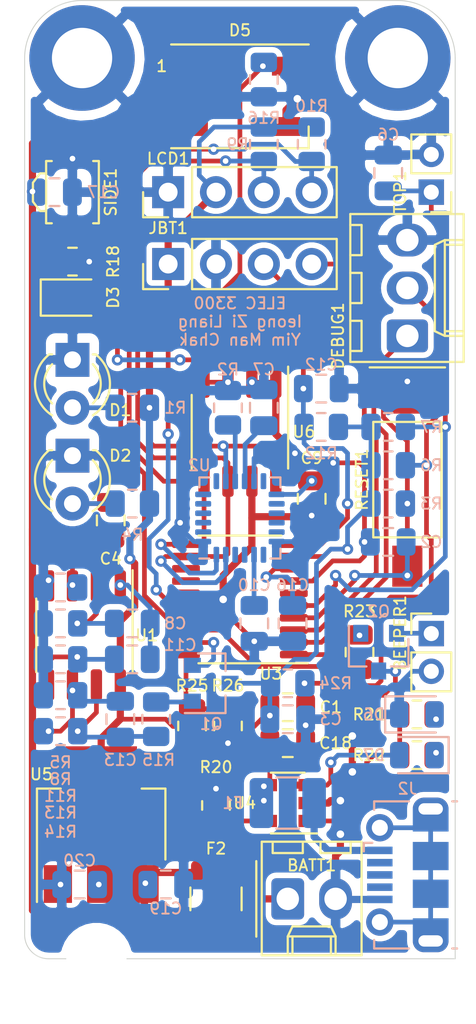
<source format=kicad_pcb>
(kicad_pcb (version 20171130) (host pcbnew 5.1.9-73d0e3b20d~88~ubuntu20.04.1)
  (layers (0 F.Cu signal) (31 B.Cu signal) (34 B.Paste user hide) (35 F.Paste user hide) (36 B.SilkS user) (37 F.SilkS user) (38 B.Mask user hide) (39 F.Mask user hide) (44 Edge.Cuts user))
  (net 0 "")
  (net 1 +3V3)
  (net 2 GND)
  (net 3 /NRST)
  (net 4 "Net-(C4-Pad2)")
  (net 5 "Net-(C4-Pad1)")
  (net 6 "Net-(C7-Pad2)")
  (net 7 "Net-(C8-Pad2)")
  (net 8 "Net-(C11-Pad2)")
  (net 9 "Net-(C10-Pad2)")
  (net 10 "Net-(C11-Pad1)")
  (net 11 "Net-(C13-Pad2)")
  (net 12 "Net-(C13-Pad1)")
  (net 13 "Net-(C16-Pad2)")
  (net 14 +BATT)
  (net 15 +5V)
  (net 16 "Net-(D1-Pad2)")
  (net 17 /LED0)
  (net 18 "Net-(D3-Pad1)")
  (net 19 /WS2812)
  (net 20 "Net-(D6-Pad2)")
  (net 21 "Net-(D7-Pad1)")
  (net 22 "Net-(F1-Pad2)")
  (net 23 "Net-(J2-Pad6)")
  (net 24 /IR)
  (net 25 "Net-(Q2-Pad3)")
  (net 26 "Net-(R2-Pad1)")
  (net 27 /SWIM)
  (net 28 /SCL)
  (net 29 /SDA)
  (net 30 "Net-(R20-Pad1)")
  (net 31 "Net-(R21-Pad2)")
  (net 32 /BEEP)
  (net 33 /BATT)
  (net 34 /RX)
  (net 35 /TX)
  (net 36 "Net-(Q1-Pad1)")
  (net 37 "Net-(Q2-Pad1)")
  (net 38 /TOP)
  (net 39 /SIDE)
  (net 40 "Net-(BEEPER1-Pad1)")
  (net 41 "Net-(BATT1-Pad1)")
  (module LED_SMD:LED_WS2812B_PLCC4_5.0x5.0mm_P3.2mm (layer F.Cu) (at 41.91 30.48)
    (fp_text reference D5 (at 0 -3.5) (layer F.SilkS) (effects (font (size 0.6 0.6) (thickness 0.1))))
    (fp_text value WS2812B)
    (fp_text user 1 (at -4.15 -1.6) (layer F.SilkS) (effects (font (size 0.6 0.6) (thickness 0.1))))
    (pad 1 smd rect (at -2.45 -1.6) (size 1.5 1) (layers F.Cu F.Paste F.Mask) (net 14 +BATT))
    (pad 2 smd rect (at -2.45 1.6) (size 1.5 1) (layers F.Cu F.Paste F.Mask))
    (pad 4 smd rect (at 2.45 -1.6) (size 1.5 1) (layers F.Cu F.Paste F.Mask) (net 19 /WS2812))
    (pad 3 smd rect (at 2.45 1.6) (size 1.5 1) (layers F.Cu F.Paste F.Mask) (net 2 GND))
  )
  (module Resistor_SMD:R_0805_2012Metric (layer B.Cu) (at 43.18 29.591 90)
    (fp_text reference R16 (at -2.032 0 180) (layer B.SilkS) (effects (font (size 0.6 0.6) (thickness 0.1)) (justify mirror)))
    (fp_text value 1k)
    (pad 2 smd roundrect (at 0.9125 0 90) (size 1.025 1.4) (layers B.Cu B.Paste B.Mask) (roundrect_rratio 0.2439004878048781) (net 19 /WS2812))
    (pad 1 smd roundrect (at -0.9125 0 90) (size 1.025 1.4) (layers B.Cu B.Paste B.Mask) (roundrect_rratio 0.2439004878048781) (net 2 GND))
  )
  (module Capacitor_SMD:C_0805_2012Metric (layer B.Cu) (at 32.065 35.56 180)
    (fp_text reference C17 (at -2.606 0 180) (layer B.SilkS) (effects (font (size 0.6 0.6) (thickness 0.1)) (justify mirror)))
    (fp_text value 100n)
    (pad 2 smd roundrect (at 0.95 0 180) (size 1 1.45) (layers B.Cu B.Paste B.Mask) (net 14 +BATT))
    (pad 1 smd roundrect (at -0.95 0 180) (size 1 1.45) (layers B.Cu B.Paste B.Mask) (net 2 GND))
  )
  (module MountingHole:MountingHole_3.2mm_M3_DIN965_Pad (layer F.Cu) (at 33.528 28.448)
    (fp_text reference H3 hide)
    (fp_text value MountingHole_Pad)
    (pad 1 thru_hole circle (at 0 0) (size 5.6 5.6) (drill 3.2) (layers *.Cu *.Mask) (net 2 GND))
  )
  (module Connector_PinHeader_2.54mm:PinHeader_1x04_P2.54mm_Vertical (layer F.Cu) (at 38.1 39.37 90)
    (fp_text reference JBT1 (at 1.905 0 180) (layer F.SilkS) (effects (font (size 0.6 0.6) (thickness 0.1))))
    (fp_text value BT)
    (pad 4 thru_hole oval (at 0 7.62 90) (size 1.7 1.7) (drill 1) (layers *.Cu *.Mask) (net 35 /TX))
    (pad 3 thru_hole oval (at 0 5.08 90) (size 1.7 1.7) (drill 1) (layers *.Cu *.Mask) (net 34 /RX))
    (pad 2 thru_hole oval (at 0 2.54 90) (size 1.7 1.7) (drill 1) (layers *.Cu *.Mask) (net 2 GND))
    (pad 1 thru_hole rect (at 0 0 90) (size 1.7 1.7) (drill 1) (layers *.Cu *.Mask) (net 1 +3V3))
  )
  (module MountingHole:MountingHole_3.2mm_M3 (layer F.Cu) (at 34.29 76.2)
    (fp_text reference H2 hide)
    (fp_text value MountingHole_Pad)
    (pad 1 np_thru_hole circle (at 0 0) (size 3.2 3.2) (drill 3.2) (layers *.Cu *.Mask))
  )
  (module MountingHole:MountingHole_3.2mm_M3_DIN965_Pad (layer F.Cu) (at 50.292 28.448)
    (fp_text reference H1 hide)
    (fp_text value MountingHole_Pad)
    (pad 1 thru_hole circle (at 0 0) (size 5.6 5.6) (drill 3.2) (layers *.Cu *.Mask) (net 2 GND))
  )
  (module Connector_PinHeader_2.00mm:PinHeader_1x02_P2.00mm_Vertical (layer F.Cu) (at 52.07 35.56 180)
    (fp_text reference TOP1 (at 1.651 0 90) (layer F.SilkS) (effects (font (size 0.6 0.6) (thickness 0.1))))
    (fp_text value TOP)
    (pad 2 thru_hole oval (at 0 2 180) (size 1.35 1.35) (drill 0.8) (layers *.Cu *.Mask) (net 2 GND))
    (pad 1 thru_hole rect (at 0 0 180) (size 1.35 1.35) (drill 0.8) (layers *.Cu *.Mask) (net 38 /TOP))
  )
  (module Connector_Molex:Molex_KK-254_AE-6410-03A_1x03_P2.54mm_Vertical (layer F.Cu) (at 50.8 43.18 90)
    (fp_text reference DEBUG1 (at 0 -3.683 90) (layer F.SilkS) (effects (font (size 0.6 0.6) (thickness 0.1))))
    (fp_text value Conn_01x03)
    (pad 3 thru_hole oval (at 5.08 0 90) (size 1.74 2.19) (drill 1.19) (layers *.Cu *.Mask) (net 2 GND))
    (pad 2 thru_hole oval (at 2.54 0 90) (size 1.74 2.19) (drill 1.19) (layers *.Cu *.Mask) (net 27 /SWIM))
    (pad 1 thru_hole roundrect (at 0 0 90) (size 1.74 2.19) (drill 1.19) (layers *.Cu *.Mask) (roundrect_rratio 0.1436775862068966) (net 3 /NRST))
  )
  (module Connector_PinHeader_2.00mm:PinHeader_1x02_P2.00mm_Vertical (layer F.Cu) (at 52.07 58.96)
    (fp_text reference BEEPER1 (at -1.651 -0.032 90) (layer F.SilkS) (effects (font (size 0.6 0.6) (thickness 0.1))))
    (fp_text value BEEPER)
    (pad 2 thru_hole oval (at 0 2) (size 1.35 1.35) (drill 0.8) (layers *.Cu *.Mask) (net 2 GND))
    (pad 1 thru_hole rect (at 0 0) (size 1.35 1.35) (drill 0.8) (layers *.Cu *.Mask) (net 40 "Net-(BEEPER1-Pad1)"))
  )
  (module Button_Switch_SMD:SW_SPST_B3U-3000P (layer F.Cu) (at 33.02 35.56 90)
    (fp_text reference SIDE1 (at 0 2.032 90) (layer F.SilkS) (effects (font (size 0.6 0.6) (thickness 0.1))))
    (fp_text value SW_Push)
    (pad 2 smd rect (at 1.7 0 90) (size 0.9 1.7) (layers F.Cu F.Paste F.Mask) (net 2 GND))
    (pad 1 smd rect (at -1.7 0 90) (size 0.9 1.7) (layers F.Cu F.Paste F.Mask) (net 39 /SIDE))
  )
  (module Capacitor_SMD:C_0805_2012Metric (layer B.Cu) (at 33.401 72.263 180)
    (fp_text reference C20 (at 0 1.27) (layer B.SilkS) (effects (font (size 0.6 0.6) (thickness 0.1)) (justify mirror)))
    (fp_text value 100n)
    (pad 2 smd roundrect (at 0.95 0 180) (size 1 1.45) (layers B.Cu B.Paste B.Mask) (net 2 GND))
    (pad 1 smd roundrect (at -0.95 0 180) (size 1 1.45) (layers B.Cu B.Paste B.Mask) (net 1 +3V3))
  )
  (module Package_TO_SOT_SMD:SOT-23 (layer B.Cu) (at 49.276 59.944 270)
    (fp_text reference Q2 (at -2.159 0 180) (layer B.SilkS) (effects (font (size 0.6 0.6) (thickness 0.1)) (justify mirror)))
    (fp_text value BC817)
    (pad 3 smd rect (at 1 0 270) (size 0.9 0.8) (layers B.Cu B.Paste B.Mask) (net 25 "Net-(Q2-Pad3)"))
    (pad 2 smd rect (at -1 -0.95 270) (size 0.9 0.8) (layers B.Cu B.Paste B.Mask) (net 40 "Net-(BEEPER1-Pad1)"))
    (pad 1 smd rect (at -1 0.95 270) (size 0.9 0.8) (layers B.Cu B.Paste B.Mask) (net 37 "Net-(Q2-Pad1)"))
  )
  (module Package_TO_SOT_SMD:SOT-23 (layer B.Cu) (at 40.386 61.595)
    (fp_text reference Q1 (at 0 2.159) (layer B.SilkS) (effects (font (size 0.6 0.6) (thickness 0.1)) (justify mirror)))
    (fp_text value BC817)
    (pad 3 smd rect (at 1 0) (size 0.9 0.8) (layers B.Cu B.Paste B.Mask) (net 1 +3V3))
    (pad 2 smd rect (at -1 -0.95) (size 0.9 0.8) (layers B.Cu B.Paste B.Mask) (net 24 /IR))
    (pad 1 smd rect (at -1 0.95) (size 0.9 0.8) (layers B.Cu B.Paste B.Mask) (net 36 "Net-(Q1-Pad1)"))
  )
  (module Connector_PinHeader_2.54mm:PinHeader_1x04_P2.54mm_Vertical (layer F.Cu) (at 38.1 35.56 90)
    (fp_text reference LCD1 (at 1.778 0 180) (layer F.SilkS) (effects (font (size 0.6 0.6) (thickness 0.1))))
    (fp_text value LCD)
    (pad 4 thru_hole oval (at 0 7.62 90) (size 1.7 1.7) (drill 1) (layers *.Cu *.Mask) (net 29 /SDA))
    (pad 3 thru_hole oval (at 0 5.08 90) (size 1.7 1.7) (drill 1) (layers *.Cu *.Mask) (net 28 /SCL))
    (pad 2 thru_hole oval (at 0 2.54 90) (size 1.7 1.7) (drill 1) (layers *.Cu *.Mask) (net 1 +3V3))
    (pad 1 thru_hole rect (at 0 0 90) (size 1.7 1.7) (drill 1) (layers *.Cu *.Mask) (net 2 GND))
  )
  (module Package_SO:SOP-8_3.9x4.9mm_P1.27mm (layer F.Cu) (at 41.91 48.26 270)
    (fp_text reference U6 (at 0 -3.4 180) (layer F.SilkS) (effects (font (size 0.6 0.6) (thickness 0.1))))
    (fp_text value 24LC00)
    (pad 8 smd roundrect (at 2.625 -1.905 270) (size 1.65 0.6) (layers F.Cu F.Paste F.Mask) (net 1 +3V3))
    (pad 7 smd roundrect (at 2.625 -0.635 270) (size 1.65 0.6) (layers F.Cu F.Paste F.Mask) (net 2 GND))
    (pad 6 smd roundrect (at 2.625 0.635 270) (size 1.65 0.6) (layers F.Cu F.Paste F.Mask) (net 28 /SCL))
    (pad 5 smd roundrect (at 2.625 1.905 270) (size 1.65 0.6) (layers F.Cu F.Paste F.Mask) (net 29 /SDA))
    (pad 4 smd roundrect (at -2.625 1.905 270) (size 1.65 0.6) (layers F.Cu F.Paste F.Mask) (net 2 GND))
    (pad 3 smd roundrect (at -2.625 0.635 270) (size 1.65 0.6) (layers F.Cu F.Paste F.Mask) (net 2 GND))
    (pad 2 smd roundrect (at -2.625 -0.635 270) (size 1.65 0.6) (layers F.Cu F.Paste F.Mask) (net 2 GND))
    (pad 1 smd roundrect (at -2.625 -1.905 270) (size 1.65 0.6) (layers F.Cu F.Paste F.Mask) (net 2 GND))
  )
  (module Package_TO_SOT_SMD:SOT-223-3_TabPin2 (layer F.Cu) (at 34.544 69.088 90)
    (fp_text reference U5 (at 2.667 -3.175 180) (layer F.SilkS) (effects (font (size 0.6 0.6) (thickness 0.1))))
    (fp_text value AP1117-33)
    (pad 1 smd rect (at -3.15 -2.3 90) (size 2 1.5) (layers F.Cu F.Paste F.Mask) (net 2 GND))
    (pad 3 smd rect (at -3.15 2.3 90) (size 2 1.5) (layers F.Cu F.Paste F.Mask) (net 14 +BATT))
    (pad 2 smd rect (at -3.15 0 90) (size 2 1.5) (layers F.Cu F.Paste F.Mask) (net 1 +3V3))
    (pad 2 smd rect (at 3.15 0 90) (size 2 3.8) (layers F.Cu F.Paste F.Mask) (net 1 +3V3))
  )
  (module Package_TO_SOT_SMD:SOT-23-5 (layer F.Cu) (at 44.45 67.945 180)
    (fp_text reference U4 (at 2.286 0) (layer F.SilkS) (effects (font (size 0.6 0.6) (thickness 0.1))))
    (fp_text value MCP73831-2-OT)
    (pad 5 smd rect (at 1.1 -0.95 180) (size 1.06 0.65) (layers F.Cu F.Paste F.Mask) (net 30 "Net-(R20-Pad1)"))
    (pad 4 smd rect (at 1.1 0.95 180) (size 1.06 0.65) (layers F.Cu F.Paste F.Mask) (net 15 +5V))
    (pad 3 smd rect (at -1.1 0.95 180) (size 1.06 0.65) (layers F.Cu F.Paste F.Mask) (net 14 +BATT))
    (pad 2 smd rect (at -1.1 0 180) (size 1.06 0.65) (layers F.Cu F.Paste F.Mask) (net 2 GND))
    (pad 1 smd rect (at -1.1 -0.95 180) (size 1.06 0.65) (layers F.Cu F.Paste F.Mask) (net 31 "Net-(R21-Pad2)"))
  )
  (module Package_SO:TSSOP-20_4.4x6.5mm_P0.65mm (layer F.Cu) (at 41.91 57.15 180)
    (fp_text reference U3 (at -1.651 -3.937) (layer F.SilkS) (effects (font (size 0.6 0.6) (thickness 0.1))))
    (fp_text value STM8S003F3P)
    (pad 20 smd roundrect (at 2.8625 -2.925 180) (size 1.475 0.4) (layers F.Cu F.Paste F.Mask) (net 33 /BATT))
    (pad 19 smd roundrect (at 2.8625 -2.275 180) (size 1.475 0.4) (layers F.Cu F.Paste F.Mask) (net 24 /IR))
    (pad 18 smd roundrect (at 2.8625 -1.625 180) (size 1.475 0.4) (layers F.Cu F.Paste F.Mask) (net 27 /SWIM))
    (pad 17 smd roundrect (at 2.8625 -0.975 180) (size 1.475 0.4) (layers F.Cu F.Paste F.Mask) (net 17 /LED0))
    (pad 16 smd roundrect (at 2.8625 -0.325 180) (size 1.475 0.4) (layers F.Cu F.Paste F.Mask) (net 19 /WS2812))
    (pad 15 smd roundrect (at 2.8625 0.325 180) (size 1.475 0.4) (layers F.Cu F.Paste F.Mask))
    (pad 14 smd roundrect (at 2.8625 0.975 180) (size 1.475 0.4) (layers F.Cu F.Paste F.Mask))
    (pad 13 smd roundrect (at 2.8625 1.625 180) (size 1.475 0.4) (layers F.Cu F.Paste F.Mask))
    (pad 12 smd roundrect (at 2.8625 2.275 180) (size 1.475 0.4) (layers F.Cu F.Paste F.Mask) (net 28 /SCL))
    (pad 11 smd roundrect (at 2.8625 2.925 180) (size 1.475 0.4) (layers F.Cu F.Paste F.Mask) (net 29 /SDA))
    (pad 10 smd roundrect (at -2.8625 2.925 180) (size 1.475 0.4) (layers F.Cu F.Paste F.Mask) (net 39 /SIDE))
    (pad 9 smd roundrect (at -2.8625 2.275 180) (size 1.475 0.4) (layers F.Cu F.Paste F.Mask) (net 1 +3V3))
    (pad 8 smd roundrect (at -2.8625 1.625 180) (size 1.475 0.4) (layers F.Cu F.Paste F.Mask) (net 13 "Net-(C16-Pad2)"))
    (pad 7 smd roundrect (at -2.8625 0.975 180) (size 1.475 0.4) (layers F.Cu F.Paste F.Mask) (net 2 GND))
    (pad 6 smd roundrect (at -2.8625 0.325 180) (size 1.475 0.4) (layers F.Cu F.Paste F.Mask))
    (pad 5 smd roundrect (at -2.8625 -0.325 180) (size 1.475 0.4) (layers F.Cu F.Paste F.Mask) (net 38 /TOP))
    (pad 4 smd roundrect (at -2.8625 -0.975 180) (size 1.475 0.4) (layers F.Cu F.Paste F.Mask) (net 3 /NRST))
    (pad 3 smd roundrect (at -2.8625 -1.625 180) (size 1.475 0.4) (layers F.Cu F.Paste F.Mask) (net 34 /RX))
    (pad 2 smd roundrect (at -2.8625 -2.275 180) (size 1.475 0.4) (layers F.Cu F.Paste F.Mask) (net 35 /TX))
    (pad 1 smd roundrect (at -2.8625 -2.925 180) (size 1.475 0.4) (layers F.Cu F.Paste F.Mask) (net 32 /BEEP))
  )
  (module Sensor_Motion:InvenSense_QFN-24_4x4mm_P0.5mm (layer B.Cu) (at 41.91 52.832)
    (fp_text reference U2 (at -2.159 -2.794) (layer B.SilkS) (effects (font (size 0.6 0.6) (thickness 0.1)) (justify mirror)))
    (fp_text value MPU-6050)
    (pad 24 smd roundrect (at -1.25 1.95 270) (size 0.85 0.3) (layers B.Cu B.Paste B.Mask) (net 29 /SDA))
    (pad 23 smd roundrect (at -0.75 1.95 270) (size 0.85 0.3) (layers B.Cu B.Paste B.Mask) (net 28 /SCL))
    (pad 22 smd roundrect (at -0.25 1.95 270) (size 0.85 0.3) (layers B.Cu B.Paste B.Mask))
    (pad 21 smd roundrect (at 0.25 1.95 270) (size 0.85 0.3) (layers B.Cu B.Paste B.Mask))
    (pad 20 smd roundrect (at 0.75 1.95 270) (size 0.85 0.3) (layers B.Cu B.Paste B.Mask) (net 9 "Net-(C10-Pad2)"))
    (pad 19 smd roundrect (at 1.25 1.95 270) (size 0.85 0.3) (layers B.Cu B.Paste B.Mask))
    (pad 18 smd roundrect (at 1.95 1.25) (size 0.85 0.3) (layers B.Cu B.Paste B.Mask) (net 2 GND))
    (pad 17 smd roundrect (at 1.95 0.75) (size 0.85 0.3) (layers B.Cu B.Paste B.Mask))
    (pad 16 smd roundrect (at 1.95 0.25) (size 0.85 0.3) (layers B.Cu B.Paste B.Mask))
    (pad 15 smd roundrect (at 1.95 -0.25) (size 0.85 0.3) (layers B.Cu B.Paste B.Mask))
    (pad 14 smd roundrect (at 1.95 -0.75) (size 0.85 0.3) (layers B.Cu B.Paste B.Mask))
    (pad 13 smd roundrect (at 1.95 -1.25) (size 0.85 0.3) (layers B.Cu B.Paste B.Mask) (net 1 +3V3))
    (pad 12 smd roundrect (at 1.25 -1.95 270) (size 0.85 0.3) (layers B.Cu B.Paste B.Mask))
    (pad 11 smd roundrect (at 0.75 -1.95 270) (size 0.85 0.3) (layers B.Cu B.Paste B.Mask) (net 2 GND))
    (pad 10 smd roundrect (at 0.25 -1.95 270) (size 0.85 0.3) (layers B.Cu B.Paste B.Mask) (net 6 "Net-(C7-Pad2)"))
    (pad 9 smd roundrect (at -0.25 -1.95 270) (size 0.85 0.3) (layers B.Cu B.Paste B.Mask) (net 26 "Net-(R2-Pad1)"))
    (pad 8 smd roundrect (at -0.75 -1.95 270) (size 0.85 0.3) (layers B.Cu B.Paste B.Mask) (net 1 +3V3))
    (pad 7 smd roundrect (at -1.25 -1.95 270) (size 0.85 0.3) (layers B.Cu B.Paste B.Mask))
    (pad 6 smd roundrect (at -1.95 -1.25) (size 0.85 0.3) (layers B.Cu B.Paste B.Mask))
    (pad 5 smd roundrect (at -1.95 -0.75) (size 0.85 0.3) (layers B.Cu B.Paste B.Mask))
    (pad 4 smd roundrect (at -1.95 -0.25) (size 0.85 0.3) (layers B.Cu B.Paste B.Mask))
    (pad 3 smd roundrect (at -1.95 0.25) (size 0.85 0.3) (layers B.Cu B.Paste B.Mask))
    (pad 2 smd roundrect (at -1.95 0.75) (size 0.85 0.3) (layers B.Cu B.Paste B.Mask))
    (pad 1 smd roundrect (at -1.95 1.25) (size 0.85 0.3) (layers B.Cu B.Paste B.Mask) (net 2 GND))
  )
  (module Package_SO:SOP-8_3.9x4.9mm_P1.27mm (layer F.Cu) (at 33.655 59.055 270)
    (fp_text reference U1 (at 0 -3.302 180) (layer F.SilkS) (effects (font (size 0.6 0.6) (thickness 0.1))))
    (fp_text value LM358)
    (pad 8 smd roundrect (at 2.625 -1.905 270) (size 1.65 0.6) (layers F.Cu F.Paste F.Mask) (net 1 +3V3))
    (pad 7 smd roundrect (at 2.625 -0.635 270) (size 1.65 0.6) (layers F.Cu F.Paste F.Mask) (net 12 "Net-(C13-Pad1)"))
    (pad 6 smd roundrect (at 2.625 0.635 270) (size 1.65 0.6) (layers F.Cu F.Paste F.Mask) (net 11 "Net-(C13-Pad2)"))
    (pad 5 smd roundrect (at 2.625 1.905 270) (size 1.65 0.6) (layers F.Cu F.Paste F.Mask) (net 10 "Net-(C11-Pad1)"))
    (pad 4 smd roundrect (at -2.625 1.905 270) (size 1.65 0.6) (layers F.Cu F.Paste F.Mask) (net 2 GND))
    (pad 3 smd roundrect (at -2.625 0.635 270) (size 1.65 0.6) (layers F.Cu F.Paste F.Mask) (net 5 "Net-(C4-Pad1)"))
    (pad 2 smd roundrect (at -2.625 -0.635 270) (size 1.65 0.6) (layers F.Cu F.Paste F.Mask) (net 7 "Net-(C8-Pad2)"))
    (pad 1 smd roundrect (at -2.625 -1.905 270) (size 1.65 0.6) (layers F.Cu F.Paste F.Mask) (net 8 "Net-(C11-Pad2)"))
  )
  (module Button_Switch_SMD:SW_SPST_FSMSM (layer F.Cu) (at 50.8 50.8 90)
    (fp_text reference RESET1 (at 0 -2.413 90) (layer F.SilkS) (effects (font (size 0.6 0.6) (thickness 0.1))))
    (fp_text value SW_Push)
    (pad 2 smd rect (at 4.59 0 90) (size 2.18 1.6) (layers F.Cu F.Paste F.Mask) (net 2 GND))
    (pad 1 smd rect (at -4.59 0 90) (size 2.18 1.6) (layers F.Cu F.Paste F.Mask) (net 3 /NRST))
  )
  (module Resistor_SMD:R_0805_2012Metric (layer F.Cu) (at 41.275 63.8575 90)
    (fp_text reference R26 (at 2.1355 0 180) (layer F.SilkS) (effects (font (size 0.6 0.6) (thickness 0.1))))
    (fp_text value 4k7)
    (pad 2 smd roundrect (at 0.9125 0 90) (size 1.025 1.4) (layers F.Cu F.Paste F.Mask) (roundrect_rratio 0.2439004878048781) (net 33 /BATT))
    (pad 1 smd roundrect (at -0.9125 0 90) (size 1.025 1.4) (layers F.Cu F.Paste F.Mask) (roundrect_rratio 0.2439004878048781) (net 2 GND))
  )
  (module Resistor_SMD:R_0805_2012Metric (layer F.Cu) (at 39.37 63.8575 270)
    (fp_text reference R25 (at -2.1355 0 180) (layer F.SilkS) (effects (font (size 0.6 0.6) (thickness 0.1))))
    (fp_text value 4k7)
    (pad 2 smd roundrect (at 0.9125 0 270) (size 1.025 1.4) (layers F.Cu F.Paste F.Mask) (roundrect_rratio 0.2439004878048781) (net 14 +BATT))
    (pad 1 smd roundrect (at -0.9125 0 270) (size 1.025 1.4) (layers F.Cu F.Paste F.Mask) (roundrect_rratio 0.2439004878048781) (net 33 /BATT))
  )
  (module Resistor_SMD:R_0805_2012Metric (layer B.Cu) (at 44.45 61.595 180)
    (fp_text reference R24 (at -2.54 0) (layer B.SilkS) (effects (font (size 0.6 0.6) (thickness 0.1)) (justify mirror)))
    (fp_text value 1k)
    (pad 2 smd roundrect (at 0.9125 0 180) (size 1.025 1.4) (layers B.Cu B.Paste B.Mask) (roundrect_rratio 0.2439004878048781) (net 1 +3V3))
    (pad 1 smd roundrect (at -0.9125 0 180) (size 1.025 1.4) (layers B.Cu B.Paste B.Mask) (roundrect_rratio 0.2439004878048781) (net 25 "Net-(Q2-Pad3)"))
  )
  (module Resistor_SMD:R_0805_2012Metric (layer F.Cu) (at 48.26 59.944 270)
    (fp_text reference R23 (at -2.159 0 180) (layer F.SilkS) (effects (font (size 0.6 0.6) (thickness 0.1))))
    (fp_text value 1k)
    (pad 2 smd roundrect (at 0.9125 0 270) (size 1.025 1.4) (layers F.Cu F.Paste F.Mask) (roundrect_rratio 0.2439004878048781) (net 32 /BEEP))
    (pad 1 smd roundrect (at -0.9125 0 270) (size 1.025 1.4) (layers F.Cu F.Paste F.Mask) (roundrect_rratio 0.2439004878048781) (net 37 "Net-(Q2-Pad1)"))
  )
  (module Resistor_SMD:R_0805_2012Metric (layer F.Cu) (at 51.308 65.405 180)
    (fp_text reference R22 (at 2.54 0) (layer F.SilkS) (effects (font (size 0.6 0.6) (thickness 0.1))))
    (fp_text value 4k7)
    (pad 2 smd roundrect (at 0.9125 0 180) (size 1.025 1.4) (layers F.Cu F.Paste F.Mask) (roundrect_rratio 0.2439004878048781) (net 31 "Net-(R21-Pad2)"))
    (pad 1 smd roundrect (at -0.9125 0 180) (size 1.025 1.4) (layers F.Cu F.Paste F.Mask) (roundrect_rratio 0.2439004878048781) (net 21 "Net-(D7-Pad1)"))
  )
  (module Resistor_SMD:R_0805_2012Metric (layer F.Cu) (at 51.308 63.246 180)
    (fp_text reference R21 (at 2.54 0) (layer F.SilkS) (effects (font (size 0.6 0.6) (thickness 0.1))))
    (fp_text value 4k7)
    (pad 2 smd roundrect (at 0.9125 0 180) (size 1.025 1.4) (layers F.Cu F.Paste F.Mask) (roundrect_rratio 0.2439004878048781) (net 31 "Net-(R21-Pad2)"))
    (pad 1 smd roundrect (at -0.9125 0 180) (size 1.025 1.4) (layers F.Cu F.Paste F.Mask) (roundrect_rratio 0.2439004878048781) (net 20 "Net-(D6-Pad2)"))
  )
  (module Resistor_SMD:R_0805_2012Metric (layer F.Cu) (at 40.64 68.072 90)
    (fp_text reference R20 (at 2.032 0 180) (layer F.SilkS) (effects (font (size 0.6 0.6) (thickness 0.1))))
    (fp_text value 2k)
    (pad 2 smd roundrect (at 0.9125 0 90) (size 1.025 1.4) (layers F.Cu F.Paste F.Mask) (roundrect_rratio 0.2439004878048781) (net 2 GND))
    (pad 1 smd roundrect (at -0.9125 0 90) (size 1.025 1.4) (layers F.Cu F.Paste F.Mask) (roundrect_rratio 0.2439004878048781) (net 30 "Net-(R20-Pad1)"))
  )
  (module Resistor_SMD:R_0805_2012Metric (layer F.Cu) (at 33.02 39.243 180)
    (fp_text reference R18 (at -2.159 0 90) (layer F.SilkS) (effects (font (size 0.6 0.6) (thickness 0.1))))
    (fp_text value 4k7)
    (pad 2 smd roundrect (at 0.9125 0 180) (size 1.025 1.4) (layers F.Cu F.Paste F.Mask) (roundrect_rratio 0.2439004878048781) (net 18 "Net-(D3-Pad1)"))
    (pad 1 smd roundrect (at -0.9125 0 180) (size 1.025 1.4) (layers F.Cu F.Paste F.Mask) (roundrect_rratio 0.2439004878048781) (net 2 GND))
  )
  (module Resistor_SMD:R_0805_2012Metric (layer B.Cu) (at 37.465 63.5 270)
    (fp_text reference R15 (at 2.159 -0.127 180) (layer B.SilkS) (effects (font (size 0.6 0.6) (thickness 0.1)) (justify mirror)))
    (fp_text value 1k8)
    (pad 2 smd roundrect (at 0.9125 0 270) (size 1.025 1.4) (layers B.Cu B.Paste B.Mask) (roundrect_rratio 0.2439004878048781) (net 12 "Net-(C13-Pad1)"))
    (pad 1 smd roundrect (at -0.9125 0 270) (size 1.025 1.4) (layers B.Cu B.Paste B.Mask) (roundrect_rratio 0.2439004878048781) (net 36 "Net-(Q1-Pad1)"))
  )
  (module Resistor_SMD:R_0805_2012Metric (layer B.Cu) (at 32.385 64.135 180)
    (fp_text reference R14 (at 0 -5.334) (layer B.SilkS) (effects (font (size 0.6 0.6) (thickness 0.1)) (justify mirror)))
    (fp_text value 470k)
    (pad 2 smd roundrect (at 0.9125 0 180) (size 1.025 1.4) (layers B.Cu B.Paste B.Mask) (roundrect_rratio 0.2439004878048781) (net 11 "Net-(C13-Pad2)"))
    (pad 1 smd roundrect (at -0.9125 0 180) (size 1.025 1.4) (layers B.Cu B.Paste B.Mask) (roundrect_rratio 0.2439004878048781) (net 12 "Net-(C13-Pad1)"))
  )
  (module Resistor_SMD:R_0805_2012Metric (layer B.Cu) (at 32.385 62.23 180)
    (fp_text reference R13 (at 0 -6.223) (layer B.SilkS) (effects (font (size 0.6 0.6) (thickness 0.1)) (justify mirror)))
    (fp_text value 1k)
    (pad 2 smd roundrect (at 0.9125 0 180) (size 1.025 1.4) (layers B.Cu B.Paste B.Mask) (roundrect_rratio 0.2439004878048781) (net 2 GND))
    (pad 1 smd roundrect (at -0.9125 0 180) (size 1.025 1.4) (layers B.Cu B.Paste B.Mask) (roundrect_rratio 0.2439004878048781) (net 11 "Net-(C13-Pad2)"))
  )
  (module Resistor_SMD:R_0805_2012Metric (layer B.Cu) (at 46.228 48.006)
    (fp_text reference R12 (at 0 1.397) (layer B.SilkS) (effects (font (size 0.6 0.6) (thickness 0.1)) (justify mirror)))
    (fp_text value 4k7)
    (pad 2 smd roundrect (at 0.9125 0) (size 1.025 1.4) (layers B.Cu B.Paste B.Mask) (roundrect_rratio 0.2439004878048781) (net 1 +3V3))
    (pad 1 smd roundrect (at -0.9125 0) (size 1.025 1.4) (layers B.Cu B.Paste B.Mask) (roundrect_rratio 0.2439004878048781) (net 39 /SIDE))
  )
  (module Resistor_SMD:R_0805_2012Metric (layer B.Cu) (at 32.385 60.325)
    (fp_text reference R11 (at 0 7.239) (layer B.SilkS) (effects (font (size 0.6 0.6) (thickness 0.1)) (justify mirror)))
    (fp_text value 68k)
    (pad 2 smd roundrect (at 0.9125 0) (size 1.025 1.4) (layers B.Cu B.Paste B.Mask) (roundrect_rratio 0.2439004878048781) (net 10 "Net-(C11-Pad1)"))
    (pad 1 smd roundrect (at -0.9125 0) (size 1.025 1.4) (layers B.Cu B.Paste B.Mask) (roundrect_rratio 0.2439004878048781) (net 2 GND))
  )
  (module Resistor_SMD:R_0805_2012Metric (layer B.Cu) (at 45.72 33.02 90)
    (fp_text reference R10 (at 2.032 0 180) (layer B.SilkS) (effects (font (size 0.6 0.6) (thickness 0.1)) (justify mirror)))
    (fp_text value 4k7)
    (pad 2 smd roundrect (at 0.9125 0 90) (size 1.025 1.4) (layers B.Cu B.Paste B.Mask) (roundrect_rratio 0.2439004878048781) (net 1 +3V3))
    (pad 1 smd roundrect (at -0.9125 0 90) (size 1.025 1.4) (layers B.Cu B.Paste B.Mask) (roundrect_rratio 0.2439004878048781) (net 29 /SDA))
  )
  (module Resistor_SMD:R_0805_2012Metric (layer B.Cu) (at 43.18 33.02 90)
    (fp_text reference R9 (at 0 -1.397) (layer B.SilkS) (effects (font (size 0.6 0.6) (thickness 0.1)) (justify mirror)))
    (fp_text value 4k7)
    (pad 2 smd roundrect (at 0.9125 0 90) (size 1.025 1.4) (layers B.Cu B.Paste B.Mask) (roundrect_rratio 0.2439004878048781) (net 1 +3V3))
    (pad 1 smd roundrect (at -0.9125 0 90) (size 1.025 1.4) (layers B.Cu B.Paste B.Mask) (roundrect_rratio 0.2439004878048781) (net 28 /SCL))
  )
  (module Resistor_SMD:R_0805_2012Metric (layer B.Cu) (at 32.385 58.42)
    (fp_text reference R8 (at 0 8.255 180) (layer B.SilkS) (effects (font (size 0.6 0.6) (thickness 0.1)) (justify mirror)))
    (fp_text value 8k2)
    (pad 2 smd roundrect (at 0.9125 0) (size 1.025 1.4) (layers B.Cu B.Paste B.Mask) (roundrect_rratio 0.2439004878048781) (net 7 "Net-(C8-Pad2)"))
    (pad 1 smd roundrect (at -0.9125 0) (size 1.025 1.4) (layers B.Cu B.Paste B.Mask) (roundrect_rratio 0.2439004878048781) (net 2 GND))
  )
  (module Resistor_SMD:R_0805_2012Metric (layer B.Cu) (at 49.784 48.006 180)
    (fp_text reference R7 (at -2.286 0) (layer B.SilkS) (effects (font (size 0.6 0.6) (thickness 0.1)) (justify mirror)))
    (fp_text value 4k7)
    (pad 2 smd roundrect (at 0.9125 0 180) (size 1.025 1.4) (layers B.Cu B.Paste B.Mask) (roundrect_rratio 0.2439004878048781) (net 1 +3V3))
    (pad 1 smd roundrect (at -0.9125 0 180) (size 1.025 1.4) (layers B.Cu B.Paste B.Mask) (roundrect_rratio 0.2439004878048781) (net 38 /TOP))
  )
  (module Resistor_SMD:R_0805_2012Metric (layer B.Cu) (at 49.784 50.038 180)
    (fp_text reference R6 (at -2.286 0) (layer B.SilkS) (effects (font (size 0.6 0.6) (thickness 0.1)) (justify mirror)))
    (fp_text value 4k7)
    (pad 2 smd roundrect (at 0.9125 0 180) (size 1.025 1.4) (layers B.Cu B.Paste B.Mask) (roundrect_rratio 0.2439004878048781) (net 1 +3V3))
    (pad 1 smd roundrect (at -0.9125 0 180) (size 1.025 1.4) (layers B.Cu B.Paste B.Mask) (roundrect_rratio 0.2439004878048781) (net 27 /SWIM))
  )
  (module Resistor_SMD:R_0805_2012Metric (layer B.Cu) (at 32.385 56.515)
    (fp_text reference R5 (at 0 9.271) (layer B.SilkS) (effects (font (size 0.6 0.6) (thickness 0.1)) (justify mirror)))
    (fp_text value 68k)
    (pad 2 smd roundrect (at 0.9125 0) (size 1.025 1.4) (layers B.Cu B.Paste B.Mask) (roundrect_rratio 0.2439004878048781) (net 5 "Net-(C4-Pad1)"))
    (pad 1 smd roundrect (at -0.9125 0) (size 1.025 1.4) (layers B.Cu B.Paste B.Mask) (roundrect_rratio 0.2439004878048781) (net 2 GND))
  )
  (module Resistor_SMD:R_0805_2012Metric (layer B.Cu) (at 36.195 52.07)
    (fp_text reference R4 (at 0 1.65) (layer B.SilkS) (effects (font (size 0.6 0.6) (thickness 0.1)) (justify mirror)))
    (fp_text value 39k)
    (pad 2 smd roundrect (at 0.9125 0) (size 1.025 1.4) (layers B.Cu B.Paste B.Mask) (roundrect_rratio 0.2439004878048781) (net 1 +3V3))
    (pad 1 smd roundrect (at -0.9125 0) (size 1.025 1.4) (layers B.Cu B.Paste B.Mask) (roundrect_rratio 0.2439004878048781) (net 4 "Net-(C4-Pad2)"))
  )
  (module Resistor_SMD:R_0805_2012Metric (layer B.Cu) (at 49.784 52.07 180)
    (fp_text reference R3 (at -2.286 0) (layer B.SilkS) (effects (font (size 0.6 0.6) (thickness 0.1)) (justify mirror)))
    (fp_text value 4k7)
    (pad 2 smd roundrect (at 0.9125 0 180) (size 1.025 1.4) (layers B.Cu B.Paste B.Mask) (roundrect_rratio 0.2439004878048781) (net 1 +3V3))
    (pad 1 smd roundrect (at -0.9125 0 180) (size 1.025 1.4) (layers B.Cu B.Paste B.Mask) (roundrect_rratio 0.2439004878048781) (net 3 /NRST))
  )
  (module Resistor_SMD:R_0805_2012Metric (layer B.Cu) (at 41.275 46.99 90)
    (fp_text reference R2 (at 2.032 0 180) (layer B.SilkS) (effects (font (size 0.6 0.6) (thickness 0.1)) (justify mirror)))
    (fp_text value 0)
    (pad 2 smd roundrect (at 0.9125 0 90) (size 1.025 1.4) (layers B.Cu B.Paste B.Mask) (roundrect_rratio 0.2439004878048781) (net 2 GND))
    (pad 1 smd roundrect (at -0.9125 0 90) (size 1.025 1.4) (layers B.Cu B.Paste B.Mask) (roundrect_rratio 0.2439004878048781) (net 26 "Net-(R2-Pad1)"))
  )
  (module Resistor_SMD:R_0805_2012Metric (layer B.Cu) (at 36.195 46.99)
    (fp_text reference R1 (at 2.286 0) (layer B.SilkS) (effects (font (size 0.6 0.6) (thickness 0.1)) (justify mirror)))
    (fp_text value 220)
    (pad 2 smd roundrect (at 0.9125 0) (size 1.025 1.4) (layers B.Cu B.Paste B.Mask) (roundrect_rratio 0.2439004878048781) (net 1 +3V3))
    (pad 1 smd roundrect (at -0.9125 0) (size 1.025 1.4) (layers B.Cu B.Paste B.Mask) (roundrect_rratio 0.2439004878048781) (net 16 "Net-(D1-Pad2)"))
  )
  (module Connector_Molex:Molex_KK-254_AE-6410-02A_1x02_P2.54mm_Vertical (layer F.Cu) (at 44.45 73.025)
    (fp_text reference BATT1 (at 1.27 -1.778) (layer F.SilkS) (effects (font (size 0.6 0.6) (thickness 0.1))))
    (fp_text value BATT)
    (pad 2 thru_hole oval (at 2.54 0) (size 1.74 2.19) (drill 1.19) (layers *.Cu *.Mask) (net 2 GND))
    (pad 1 thru_hole roundrect (at 0 0) (size 1.74 2.19) (drill 1.19) (layers *.Cu *.Mask) (roundrect_rratio 0.1436775862068966) (net 41 "Net-(BATT1-Pad1)"))
  )
  (module Connector_USB:USB_Micro-B_Molex-105017-0001 (layer B.Cu) (at 50.8 71.755 270)
    (fp_text reference J2 (at -4.572 0) (layer B.SilkS) (effects (font (size 0.6 0.6) (thickness 0.1)) (justify mirror)))
    (fp_text value USB_B_Micro)
    (pad 6 smd rect (at -2.9 -1.2375 270) (size 1.2 1.9) (layers B.Cu B.Mask) (net 23 "Net-(J2-Pad6)"))
    (pad 6 smd rect (at 2.9 -1.2375 270) (size 1.2 1.9) (layers B.Cu B.Mask) (net 23 "Net-(J2-Pad6)"))
    (pad 6 thru_hole oval (at 3.5 -1.2375 270) (size 1.2 1.9) (drill oval 0.6 1.3) (layers *.Cu *.Mask) (net 23 "Net-(J2-Pad6)"))
    (pad 6 thru_hole oval (at -3.5 -1.2375 90) (size 1.2 1.9) (drill oval 0.6 1.3) (layers *.Cu *.Mask) (net 23 "Net-(J2-Pad6)"))
    (pad 6 smd rect (at -1 -1.2375 270) (size 1.5 1.9) (layers B.Cu B.Paste B.Mask) (net 23 "Net-(J2-Pad6)"))
    (pad 6 thru_hole circle (at 2.5 1.4625 270) (size 1.45 1.45) (drill 0.85) (layers *.Cu *.Mask) (net 23 "Net-(J2-Pad6)"))
    (pad 3 smd rect (at 0 1.4625 270) (size 0.4 1.35) (layers B.Cu B.Paste B.Mask))
    (pad 4 smd rect (at 0.65 1.4625 270) (size 0.4 1.35) (layers B.Cu B.Paste B.Mask))
    (pad 5 smd rect (at 1.3 1.4625 270) (size 0.4 1.35) (layers B.Cu B.Paste B.Mask) (net 2 GND))
    (pad 1 smd rect (at -1.3 1.4625 270) (size 0.4 1.35) (layers B.Cu B.Paste B.Mask) (net 22 "Net-(F1-Pad2)"))
    (pad 2 smd rect (at -0.65 1.4625 270) (size 0.4 1.35) (layers B.Cu B.Paste B.Mask))
    (pad 6 thru_hole circle (at -2.5 1.4625 270) (size 1.45 1.45) (drill 0.85) (layers *.Cu *.Mask) (net 23 "Net-(J2-Pad6)"))
    (pad 6 smd rect (at 1 -1.2375 270) (size 1.5 1.9) (layers B.Cu B.Paste B.Mask) (net 23 "Net-(J2-Pad6)"))
  )
  (module Fuse:Fuse_1210_3225Metric (layer F.Cu) (at 40.64 73.025 90)
    (fp_text reference F2 (at 2.667 0 180) (layer F.SilkS) (effects (font (size 0.6 0.6) (thickness 0.1))))
    (fp_text value Fuse)
    (pad 2 smd roundrect (at 1.4 0 90) (size 1.25 2.65) (layers F.Cu F.Paste F.Mask) (roundrect_rratio 0.2) (net 14 +BATT))
    (pad 1 smd roundrect (at -1.4 0 90) (size 1.25 2.65) (layers F.Cu F.Paste F.Mask) (roundrect_rratio 0.2) (net 41 "Net-(BATT1-Pad1)"))
  )
  (module Fuse:Fuse_1210_3225Metric (layer B.Cu) (at 44.45 67.945)
    (fp_text reference F1 (at -2.921 0 180) (layer B.SilkS) (effects (font (size 0.6 0.6) (thickness 0.1)) (justify mirror)))
    (fp_text value Fuse)
    (pad 2 smd roundrect (at 1.4 0) (size 1.25 2.65) (layers B.Cu B.Paste B.Mask) (roundrect_rratio 0.2) (net 22 "Net-(F1-Pad2)"))
    (pad 1 smd roundrect (at -1.4 0) (size 1.25 2.65) (layers B.Cu B.Paste B.Mask) (roundrect_rratio 0.2) (net 15 +5V))
  )
  (module LED_SMD:LED_0805_2012Metric (layer B.Cu) (at 51.308 65.405 180)
    (fp_text reference D7 (at 2.286 0) (layer B.SilkS) (effects (font (size 0.6 0.6) (thickness 0.1)) (justify mirror)))
    (fp_text value LED)
    (pad 2 smd roundrect (at 0.9375 0 180) (size 0.975 1.4) (layers B.Cu B.Paste B.Mask) (net 14 +BATT))
    (pad 1 smd roundrect (at -0.9375 0 180) (size 0.975 1.4) (layers B.Cu B.Paste B.Mask) (net 21 "Net-(D7-Pad1)"))
  )
  (module LED_SMD:LED_0805_2012Metric (layer B.Cu) (at 51.308 63.246)
    (fp_text reference D6 (at -2.286 0) (layer B.SilkS) (effects (font (size 0.6 0.6) (thickness 0.1)) (justify mirror)))
    (fp_text value LED)
    (pad 2 smd roundrect (at 0.9375 0) (size 0.975 1.4) (layers B.Cu B.Paste B.Mask) (net 20 "Net-(D6-Pad2)"))
    (pad 1 smd roundrect (at -0.9375 0) (size 0.975 1.4) (layers B.Cu B.Paste B.Mask) (net 2 GND))
  )
  (module LED_SMD:LED_0805_2012Metric (layer F.Cu) (at 33.02 41.148)
    (fp_text reference D3 (at 2.159 0 90) (layer F.SilkS) (effects (font (size 0.6 0.6) (thickness 0.1))))
    (fp_text value LED)
    (pad 2 smd roundrect (at 0.9375 0) (size 0.975 1.4) (layers F.Cu F.Paste F.Mask) (net 17 /LED0))
    (pad 1 smd roundrect (at -0.9375 0) (size 0.975 1.4) (layers F.Cu F.Paste F.Mask) (net 18 "Net-(D3-Pad1)"))
  )
  (module LED_THT:LED_D3.0mm (layer F.Cu) (at 33.02 49.53 270)
    (fp_text reference D2 (at 0 -2.54 180) (layer F.SilkS) (effects (font (size 0.6 0.6) (thickness 0.1))))
    (fp_text value IR_Receiver)
    (pad 2 thru_hole circle (at 2.54 0 270) (size 1.8 1.8) (drill 0.9) (layers *.Cu *.Mask) (net 4 "Net-(C4-Pad2)"))
    (pad 1 thru_hole rect (at 0 0 270) (size 1.8 1.8) (drill 0.9) (layers *.Cu *.Mask) (net 2 GND))
  )
  (module LED_THT:LED_D3.0mm (layer F.Cu) (at 33.02 44.45 270)
    (fp_text reference D1 (at 2.667 -2.54 180) (layer F.SilkS) (effects (font (size 0.6 0.6) (thickness 0.1))))
    (fp_text value IR_Sender)
    (pad 2 thru_hole circle (at 2.54 0 270) (size 1.8 1.8) (drill 0.9) (layers *.Cu *.Mask) (net 16 "Net-(D1-Pad2)"))
    (pad 1 thru_hole rect (at 0 0 270) (size 1.8 1.8) (drill 0.9) (layers *.Cu *.Mask) (net 2 GND))
  )
  (module Capacitor_SMD:C_0805_2012Metric (layer B.Cu) (at 37.973 72.263)
    (fp_text reference C19 (at 0 1.27 180) (layer B.SilkS) (effects (font (size 0.6 0.6) (thickness 0.1)) (justify mirror)))
    (fp_text value 1u)
    (pad 2 smd roundrect (at 0.95 0) (size 1 1.45) (layers B.Cu B.Paste B.Mask) (net 2 GND))
    (pad 1 smd roundrect (at -0.95 0) (size 1 1.45) (layers B.Cu B.Paste B.Mask) (net 14 +BATT))
  )
  (module Capacitor_SMD:C_0805_2012Metric (layer F.Cu) (at 44.45 64.77 180)
    (fp_text reference C18 (at -2.54 0) (layer F.SilkS) (effects (font (size 0.6 0.6) (thickness 0.1))))
    (fp_text value 1u)
    (pad 2 smd roundrect (at 0.95 0 180) (size 1 1.45) (layers F.Cu F.Paste F.Mask) (net 15 +5V))
    (pad 1 smd roundrect (at -0.95 0 180) (size 1 1.45) (layers F.Cu F.Paste F.Mask) (net 2 GND))
  )
  (module Capacitor_SMD:C_0805_2012Metric (layer B.Cu) (at 44.704 58.42 90)
    (fp_text reference C16 (at 2.032 0 180) (layer B.SilkS) (effects (font (size 0.6 0.6) (thickness 0.1)) (justify mirror)))
    (fp_text value 1u)
    (pad 2 smd roundrect (at 0.95 0 90) (size 1 1.45) (layers B.Cu B.Paste B.Mask) (net 13 "Net-(C16-Pad2)"))
    (pad 1 smd roundrect (at -0.95 0 90) (size 1 1.45) (layers B.Cu B.Paste B.Mask) (net 2 GND))
  )
  (module Capacitor_SMD:C_0805_2012Metric (layer B.Cu) (at 35.56 63.5 90)
    (fp_text reference C13 (at -2.159 0 180) (layer B.SilkS) (effects (font (size 0.6 0.6) (thickness 0.1)) (justify mirror)))
    (fp_text value 100n)
    (pad 2 smd roundrect (at 0.95 0 90) (size 1 1.45) (layers B.Cu B.Paste B.Mask) (net 11 "Net-(C13-Pad2)"))
    (pad 1 smd roundrect (at -0.95 0 90) (size 1 1.45) (layers B.Cu B.Paste B.Mask) (net 12 "Net-(C13-Pad1)"))
  )
  (module Capacitor_SMD:C_0805_2012Metric (layer B.Cu) (at 46.228 45.974 180)
    (fp_text reference C12 (at 0 1.27) (layer B.SilkS) (effects (font (size 0.6 0.6) (thickness 0.1)) (justify mirror)))
    (fp_text value 100n)
    (pad 2 smd roundrect (at 0.95 0 180) (size 1 1.45) (layers B.Cu B.Paste B.Mask) (net 39 /SIDE))
    (pad 1 smd roundrect (at -0.95 0 180) (size 1 1.45) (layers B.Cu B.Paste B.Mask) (net 2 GND))
  )
  (module Capacitor_SMD:C_0805_2012Metric (layer B.Cu) (at 36.195 60.325)
    (fp_text reference C11 (at 2.54 -0.762) (layer B.SilkS) (effects (font (size 0.6 0.6) (thickness 0.1)) (justify mirror)))
    (fp_text value 1u)
    (pad 2 smd roundrect (at 0.95 0) (size 1 1.45) (layers B.Cu B.Paste B.Mask) (net 8 "Net-(C11-Pad2)"))
    (pad 1 smd roundrect (at -0.95 0) (size 1 1.45) (layers B.Cu B.Paste B.Mask) (net 10 "Net-(C11-Pad1)"))
  )
  (module Capacitor_SMD:C_0805_2012Metric (layer B.Cu) (at 42.672 58.42 90)
    (fp_text reference C10 (at 2.032 0 180) (layer B.SilkS) (effects (font (size 0.6 0.6) (thickness 0.1)) (justify mirror)))
    (fp_text value 2200p)
    (pad 2 smd roundrect (at 0.95 0 90) (size 1 1.45) (layers B.Cu B.Paste B.Mask) (net 9 "Net-(C10-Pad2)"))
    (pad 1 smd roundrect (at -0.95 0 90) (size 1 1.45) (layers B.Cu B.Paste B.Mask) (net 2 GND))
  )
  (module Capacitor_SMD:C_0805_2012Metric (layer F.Cu) (at 45.72 51.816 90)
    (fp_text reference C9 (at 2.159 0) (layer F.SilkS) (effects (font (size 0.6 0.6) (thickness 0.1))))
    (fp_text value 100n)
    (pad 2 smd roundrect (at 0.95 0 90) (size 1 1.45) (layers F.Cu F.Paste F.Mask) (net 1 +3V3))
    (pad 1 smd roundrect (at -0.95 0 90) (size 1 1.45) (layers F.Cu F.Paste F.Mask) (net 2 GND))
  )
  (module Capacitor_SMD:C_0805_2012Metric (layer B.Cu) (at 36.195 58.42 180)
    (fp_text reference C8 (at -2.286 0) (layer B.SilkS) (effects (font (size 0.6 0.6) (thickness 0.1)) (justify mirror)))
    (fp_text value 100n)
    (pad 2 smd roundrect (at 0.95 0 180) (size 1 1.45) (layers B.Cu B.Paste B.Mask) (net 7 "Net-(C8-Pad2)"))
    (pad 1 smd roundrect (at -0.95 0 180) (size 1 1.45) (layers B.Cu B.Paste B.Mask) (net 8 "Net-(C11-Pad2)"))
  )
  (module Capacitor_SMD:C_0805_2012Metric (layer B.Cu) (at 43.18 46.99 270)
    (fp_text reference C7 (at -2.032 0 180) (layer B.SilkS) (effects (font (size 0.6 0.6) (thickness 0.1)) (justify mirror)))
    (fp_text value 100n)
    (pad 2 smd roundrect (at 0.95 0 270) (size 1 1.45) (layers B.Cu B.Paste B.Mask) (net 6 "Net-(C7-Pad2)"))
    (pad 1 smd roundrect (at -0.95 0 270) (size 1 1.45) (layers B.Cu B.Paste B.Mask) (net 2 GND))
  )
  (module Capacitor_SMD:C_0805_2012Metric (layer B.Cu) (at 49.784 34.544 270)
    (fp_text reference C6 (at -2.032 0 180) (layer B.SilkS) (effects (font (size 0.6 0.6) (thickness 0.1)) (justify mirror)))
    (fp_text value 100n)
    (pad 2 smd roundrect (at 0.95 0 270) (size 1 1.45) (layers B.Cu B.Paste B.Mask) (net 38 /TOP))
    (pad 1 smd roundrect (at -0.95 0 270) (size 1 1.45) (layers B.Cu B.Paste B.Mask) (net 2 GND))
  )
  (module Capacitor_SMD:C_0805_2012Metric (layer F.Cu) (at 35.052 52.959 90)
    (fp_text reference C4 (at -2.032 0 180) (layer F.SilkS) (effects (font (size 0.6 0.6) (thickness 0.1))))
    (fp_text value 100n)
    (pad 2 smd roundrect (at 0.95 0 90) (size 1 1.45) (layers F.Cu F.Paste F.Mask) (net 4 "Net-(C4-Pad2)"))
    (pad 1 smd roundrect (at -0.95 0 90) (size 1 1.45) (layers F.Cu F.Paste F.Mask) (net 5 "Net-(C4-Pad1)"))
  )
  (module Capacitor_SMD:C_0805_2012Metric (layer B.Cu) (at 44.45 63.5 180)
    (fp_text reference C3 (at -2.286 0) (layer B.SilkS) (effects (font (size 0.6 0.6) (thickness 0.1)) (justify mirror)))
    (fp_text value 1u)
    (pad 2 smd roundrect (at 0.95 0 180) (size 1 1.45) (layers B.Cu B.Paste B.Mask) (net 1 +3V3))
    (pad 1 smd roundrect (at -0.95 0 180) (size 1 1.45) (layers B.Cu B.Paste B.Mask) (net 2 GND))
  )
  (module Capacitor_SMD:C_0805_2012Metric (layer B.Cu) (at 49.784 54.102)
    (fp_text reference C2 (at 2.286 0) (layer B.SilkS) (effects (font (size 0.6 0.6) (thickness 0.1)) (justify mirror)))
    (fp_text value 100n)
    (pad 2 smd roundrect (at 0.95 0) (size 1 1.45) (layers B.Cu B.Paste B.Mask) (net 3 /NRST))
    (pad 1 smd roundrect (at -0.95 0) (size 1 1.45) (layers B.Cu B.Paste B.Mask) (net 2 GND))
  )
  (module Capacitor_SMD:C_0805_2012Metric (layer F.Cu) (at 44.45 62.865 180)
    (fp_text reference C1 (at -2.286 0) (layer F.SilkS) (effects (font (size 0.6 0.6) (thickness 0.1))))
    (fp_text value 100n)
    (pad 2 smd roundrect (at 0.95 0 180) (size 1 1.45) (layers F.Cu F.Paste F.Mask) (net 1 +3V3))
    (pad 1 smd roundrect (at -0.95 0 180) (size 1 1.45) (layers F.Cu F.Paste F.Mask) (net 2 GND))
  )
  (gr_text "ELEC 3300\nIeong Zi Liang\nYim Man Chak" (at 41.91 42.418) (layer B.SilkS) (effects (font (size 0.6 0.6) (thickness 0.1)) (justify mirror)))
  (gr_arc (start 31.75 74.93) (end 30.48 74.93) (angle -90) (layer Edge.Cuts) (width 0.05))
  (gr_arc (start 33.528 28.448) (end 33.528 25.4) (angle -90) (layer Edge.Cuts) (width 0.05))
  (gr_arc (start 50.292 28.448) (end 53.34 28.448) (angle -90) (layer Edge.Cuts) (width 0.05))
  (gr_line (start 53.34 76.2) (end 31.75 76.2) (layer Edge.Cuts) (width 0.05))
  (gr_line (start 33.528 25.4) (end 50.292 25.4) (layer Edge.Cuts) (width 0.05))
  (gr_line (start 53.34 28.448) (end 53.34 76.2) (layer Edge.Cuts) (width 0.05))
  (gr_line (start 30.48 74.93) (end 30.48 28.448) (layer Edge.Cuts) (width 0.05))
  (via (at 34.417 72.263) (size 0.6) (drill 0.3) (layers F.Cu B.Cu) (net 1))
  (segment (start 47.1405 48.006) (end 47.1405 48.006) (width 0.25) (layer B.Cu) (net 1))
  (segment (start 48.8715 48.006) (end 48.8715 50.038) (width 0.25) (layer B.Cu) (net 1))
  (segment (start 48.8715 50.038) (end 48.8715 52.07) (width 0.25) (layer B.Cu) (net 1))
  (segment (start 34.544 65.938) (end 34.544 72.238) (width 0.381) (layer F.Cu) (net 1))
  (segment (start 34.544 64.516) (end 34.544 65.938) (width 0.381) (layer F.Cu) (net 1))
  (segment (start 35.56 63.5) (end 34.544 64.516) (width 0.381) (layer F.Cu) (net 1))
  (segment (start 35.56 61.68) (end 35.56 63.5) (width 0.381) (layer F.Cu) (net 1))
  (segment (start 43.18 32.1075) (end 45.72 32.1075) (width 0.25) (layer B.Cu) (net 1))
  (segment (start 43.5 61.6325) (end 43.5375 61.595) (width 0.25) (layer B.Cu) (net 1))
  (segment (start 43.5 63.5) (end 43.5 63.307) (width 0.25) (layer B.Cu) (net 1))
  (segment (start 41.386 61.595) (end 43.5375 61.595) (width 0.25) (layer B.Cu) (net 1))
  (segment (start 37.973 63.5) (end 35.56 63.5) (width 0.25) (layer F.Cu) (net 1))
  (segment (start 38.354 63.881) (end 37.973 63.5) (width 0.25) (layer F.Cu) (net 1))
  (segment (start 42.672 63.881) (end 38.354 63.881) (width 0.25) (layer F.Cu) (net 1))
  (segment (start 43.5 63.053) (end 42.672 63.881) (width 0.25) (layer F.Cu) (net 1))
  (segment (start 43.5 62.865) (end 43.5 63.053) (width 0.25) (layer F.Cu) (net 1))
  (segment (start 43.5 63.307) (end 43.5 61.6325) (width 0.25) (layer B.Cu) (net 1))
  (via (at 43.5 63.307) (size 0.6) (drill 0.3) (layers F.Cu B.Cu) (net 1))
  (segment (start 37.1075 46.99) (end 37.1075 46.99) (width 0.381) (layer F.Cu) (net 1))
  (segment (start 47.1405 48.006) (end 48.8715 48.006) (width 0.25) (layer B.Cu) (net 1))
  (via (at 41.021 49.022) (size 0.6) (drill 0.3) (layers F.Cu B.Cu) (net 1))
  (segment (start 41.16 50.882) (end 41.16 49.161) (width 0.25) (layer B.Cu) (net 1))
  (segment (start 41.16 49.161) (end 41.021 49.022) (width 0.25) (layer B.Cu) (net 1))
  (segment (start 37.1075 52.07) (end 37.1075 46.990011) (width 0.381) (layer B.Cu) (net 1))
  (via (at 37.107511 46.99) (size 0.6) (drill 0.3) (layers F.Cu B.Cu) (net 1))
  (segment (start 37.1075 46.990011) (end 37.107511 46.99) (width 0.381) (layer B.Cu) (net 1))
  (segment (start 41.021 49.022) (end 37.33941 49.022) (width 0.25) (layer F.Cu) (net 1))
  (segment (start 37.33941 49.022) (end 37.107511 48.790101) (width 0.25) (layer F.Cu) (net 1))
  (segment (start 37.107511 48.790101) (end 37.107511 46.99) (width 0.25) (layer F.Cu) (net 1))
  (segment (start 43.815 49.657) (end 43.815 50.885) (width 0.25) (layer F.Cu) (net 1))
  (segment (start 43.18 49.022) (end 43.815 49.657) (width 0.25) (layer F.Cu) (net 1))
  (segment (start 41.021 49.022) (end 43.18 49.022) (width 0.25) (layer F.Cu) (net 1))
  (segment (start 47.624992 53.316508) (end 47.624992 54.483) (width 0.25) (layer B.Cu) (net 1))
  (segment (start 48.8715 52.07) (end 47.624992 53.316508) (width 0.25) (layer B.Cu) (net 1))
  (via (at 47.624992 54.483) (size 0.6) (drill 0.3) (layers F.Cu B.Cu) (net 1))
  (segment (start 46.736 54.483) (end 47.624992 54.483) (width 0.25) (layer F.Cu) (net 1))
  (segment (start 44.7725 54.875) (end 46.344 54.875) (width 0.25) (layer F.Cu) (net 1))
  (segment (start 46.344 54.875) (end 46.736 54.483) (width 0.25) (layer F.Cu) (net 1))
  (segment (start 46.736 54.483) (end 47.624992 54.483) (width 0.25) (layer B.Cu) (net 1))
  (segment (start 45.974 55.245) (end 46.736 54.483) (width 0.25) (layer B.Cu) (net 1))
  (segment (start 45.974 59.944) (end 45.974 55.245) (width 0.25) (layer B.Cu) (net 1))
  (segment (start 45.593 60.325) (end 45.974 59.944) (width 0.25) (layer B.Cu) (net 1))
  (segment (start 44.8075 60.325) (end 45.593 60.325) (width 0.25) (layer B.Cu) (net 1))
  (segment (start 43.5375 61.595) (end 44.8075 60.325) (width 0.25) (layer B.Cu) (net 1))
  (segment (start 45.701 50.885) (end 45.72 50.866) (width 0.25) (layer F.Cu) (net 1))
  (segment (start 43.815 50.885) (end 45.701 50.885) (width 0.25) (layer F.Cu) (net 1))
  (segment (start 45.72 50.866) (end 45.72 50.866) (width 0.25) (layer F.Cu) (net 1))
  (via (at 45.72 50.866) (size 0.6) (drill 0.3) (layers F.Cu B.Cu) (net 1))
  (segment (start 45.004 51.582) (end 45.72 50.866) (width 0.25) (layer B.Cu) (net 1))
  (segment (start 43.86 51.582) (end 45.004 51.582) (width 0.25) (layer B.Cu) (net 1))
  (segment (start 40.5365 32.1075) (end 43.18 32.1075) (width 0.25) (layer B.Cu) (net 1))
  (segment (start 39.751 32.893) (end 40.5365 32.1075) (width 0.25) (layer B.Cu) (net 1))
  (segment (start 39.751 34.671) (end 39.751 32.893) (width 0.25) (layer B.Cu) (net 1))
  (segment (start 40.64 35.56) (end 39.751 34.671) (width 0.25) (layer B.Cu) (net 1))
  (via (at 36.068 54.991) (size 0.6) (drill 0.3) (layers F.Cu B.Cu) (net 1))
  (segment (start 36.322 55.245) (end 36.068 54.991) (width 0.381) (layer F.Cu) (net 1))
  (segment (start 36.322 57.531) (end 36.322 55.245) (width 0.381) (layer F.Cu) (net 1))
  (segment (start 35.56 58.293) (end 36.322 57.531) (width 0.381) (layer F.Cu) (net 1))
  (segment (start 35.56 61.68) (end 35.56 58.293) (width 0.381) (layer F.Cu) (net 1))
  (segment (start 36.068 53.975) (end 36.068 54.991) (width 0.381) (layer B.Cu) (net 1))
  (segment (start 37.1075 52.9355) (end 36.068 53.975) (width 0.381) (layer B.Cu) (net 1))
  (segment (start 37.1075 52.07) (end 37.1075 52.9355) (width 0.381) (layer B.Cu) (net 1))
  (segment (start 38.1 38.1) (end 40.64 35.56) (width 0.381) (layer F.Cu) (net 1))
  (segment (start 38.1 39.37) (end 38.1 38.1) (width 0.381) (layer F.Cu) (net 1))
  (segment (start 38.1 42.418) (end 38.1 39.37) (width 0.381) (layer F.Cu) (net 1))
  (segment (start 37.107511 43.410489) (end 38.1 42.418) (width 0.381) (layer F.Cu) (net 1))
  (segment (start 37.107511 46.99) (end 37.107511 43.410489) (width 0.381) (layer F.Cu) (net 1))
  (via (at 33.909 39.243) (size 0.6) (drill 0.3) (layers F.Cu B.Cu) (net 2))
  (via (at 33.02 33.782) (size 0.6) (drill 0.3) (layers F.Cu B.Cu) (net 2))
  (via (at 40.64 67.183) (size 0.6) (drill 0.3) (layers F.Cu B.Cu) (net 2))
  (via (at 41.275 64.77) (size 0.6) (drill 0.3) (layers F.Cu B.Cu) (net 2))
  (via (at 45.72 52.705) (size 0.6) (drill 0.3) (layers F.Cu B.Cu) (net 2))
  (via (at 50.8 45.593) (size 0.6) (drill 0.3) (layers F.Cu B.Cu) (net 2))
  (via (at 31.75 56.134) (size 0.6) (drill 0.3) (layers F.Cu B.Cu) (net 2))
  (via (at 32.385 72.263) (size 0.6) (drill 0.3) (layers F.Cu B.Cu) (net 2))
  (segment (start 31.4725 56.515) (end 31.4725 56.515) (width 0.25) (layer B.Cu) (net 2))
  (segment (start 31.4725 58.42) (end 31.4725 60.325) (width 0.25) (layer B.Cu) (net 2))
  (segment (start 31.4725 60.325) (end 31.4725 62.23) (width 0.25) (layer B.Cu) (net 2))
  (via (at 47.244 67.818) (size 0.8) (drill 0.4) (layers F.Cu B.Cu) (net 2))
  (segment (start 46.736 67.818) (end 46.609 67.945) (width 0.381) (layer F.Cu) (net 2))
  (segment (start 47.244 67.818) (end 46.736 67.818) (width 0.381) (layer F.Cu) (net 2))
  (segment (start 45.55 67.945) (end 46.609 67.945) (width 0.381) (layer F.Cu) (net 2))
  (segment (start 52.036 33.594) (end 52.07 33.56) (width 0.25) (layer B.Cu) (net 2))
  (segment (start 49.784 33.594) (end 52.036 33.594) (width 0.25) (layer B.Cu) (net 2))
  (segment (start 31.4725 58.42) (end 31.4725 56.515) (width 0.25) (layer B.Cu) (net 2))
  (segment (start 40.005 45.635) (end 41.275 45.635) (width 0.25) (layer F.Cu) (net 2))
  (segment (start 42.545 45.635) (end 42.545 45.635) (width 0.25) (layer F.Cu) (net 2))
  (segment (start 42.672 59.37) (end 42.672 59.37) (width 0.25) (layer B.Cu) (net 2))
  (segment (start 45.4 62.865) (end 45.4 63.82) (width 0.25) (layer F.Cu) (net 2))
  (segment (start 45.4 63.82) (end 45.4 64.77) (width 0.25) (layer F.Cu) (net 2))
  (via (at 45.4 63.82) (size 0.6) (drill 0.3) (layers F.Cu B.Cu) (net 2))
  (segment (start 42.545 45.635) (end 43.815 45.635) (width 0.25) (layer F.Cu) (net 2))
  (via (at 42.545 45.635) (size 0.6) (drill 0.3) (layers F.Cu B.Cu) (net 2))
  (segment (start 41.275 45.635) (end 41.275 45.635) (width 0.25) (layer F.Cu) (net 2))
  (via (at 41.275 45.635) (size 0.6) (drill 0.3) (layers F.Cu B.Cu) (net 2))
  (segment (start 43.1425 46.0775) (end 43.18 46.04) (width 0.25) (layer B.Cu) (net 2))
  (segment (start 41.275 46.0775) (end 43.1425 46.0775) (width 0.25) (layer B.Cu) (net 2))
  (via (at 48.524 54.102) (size 0.6) (drill 0.3) (layers F.Cu B.Cu) (net 2))
  (segment (start 48.269999 55.108001) (end 48.524 54.854) (width 0.25) (layer F.Cu) (net 2))
  (segment (start 46.836997 55.108001) (end 48.269999 55.108001) (width 0.25) (layer F.Cu) (net 2))
  (segment (start 45.769998 56.175) (end 46.836997 55.108001) (width 0.25) (layer F.Cu) (net 2))
  (segment (start 48.524 54.854) (end 48.524 54.102) (width 0.25) (layer F.Cu) (net 2))
  (segment (start 44.7725 56.175) (end 45.769998 56.175) (width 0.25) (layer F.Cu) (net 2))
  (via (at 44.831 49.403) (size 0.6) (drill 0.3) (layers F.Cu B.Cu) (net 2))
  (segment (start 42.926 49.403) (end 44.831 49.403) (width 0.25) (layer B.Cu) (net 2))
  (segment (start 42.66 49.669) (end 42.926 49.403) (width 0.25) (layer B.Cu) (net 2))
  (segment (start 42.66 50.882) (end 42.66 49.669) (width 0.25) (layer B.Cu) (net 2))
  (via (at 38.735 53.086) (size 0.6) (drill 0.3) (layers F.Cu B.Cu) (net 2))
  (segment (start 38.735 53.347702) (end 38.735 53.086) (width 0.25) (layer B.Cu) (net 2))
  (segment (start 39.469298 54.082) (end 38.735 53.347702) (width 0.25) (layer B.Cu) (net 2))
  (segment (start 39.96 54.082) (end 39.469298 54.082) (width 0.25) (layer B.Cu) (net 2))
  (segment (start 45.72 53.724851) (end 45.72 52.705) (width 0.25) (layer B.Cu) (net 2))
  (segment (start 45.362851 54.082) (end 45.72 53.724851) (width 0.25) (layer B.Cu) (net 2))
  (segment (start 43.86 54.082) (end 45.362851 54.082) (width 0.25) (layer B.Cu) (net 2))
  (segment (start 43.815 48.387) (end 44.831 49.403) (width 0.381) (layer F.Cu) (net 2))
  (segment (start 43.815 45.635) (end 43.815 48.387) (width 0.381) (layer F.Cu) (net 2))
  (segment (start 46.736 51.689) (end 45.72 52.705) (width 0.25) (layer B.Cu) (net 2))
  (segment (start 46.736 50.292) (end 46.736 51.689) (width 0.25) (layer B.Cu) (net 2))
  (segment (start 46.355 49.911) (end 46.736 50.292) (width 0.25) (layer B.Cu) (net 2))
  (segment (start 45.339 49.911) (end 46.355 49.911) (width 0.25) (layer B.Cu) (net 2))
  (segment (start 44.831 49.403) (end 45.339 49.911) (width 0.25) (layer B.Cu) (net 2))
  (segment (start 50.3705 61.6435) (end 50.3705 63.246) (width 0.25) (layer B.Cu) (net 2))
  (segment (start 51.054 60.96) (end 50.3705 61.6435) (width 0.25) (layer B.Cu) (net 2))
  (segment (start 52.07 60.96) (end 51.054 60.96) (width 0.25) (layer B.Cu) (net 2))
  (via (at 47.879 66.294) (size 0.8) (drill 0.4) (layers F.Cu B.Cu) (net 2))
  (via (at 47.879 64.389) (size 0.8) (drill 0.4) (layers F.Cu B.Cu) (net 2))
  (segment (start 47.879 66.294) (end 47.879 64.389) (width 0.381) (layer F.Cu) (net 2))
  (via (at 46.863 49.911) (size 0.6) (drill 0.3) (layers F.Cu B.Cu) (net 2))
  (segment (start 48.26 49.911) (end 46.863 49.911) (width 0.25) (layer F.Cu) (net 2))
  (segment (start 48.524 50.175) (end 48.26 49.911) (width 0.25) (layer F.Cu) (net 2))
  (segment (start 48.524 54.102) (end 48.524 50.175) (width 0.25) (layer F.Cu) (net 2))
  (via (at 44.958 30.607) (size 0.8) (drill 0.4) (layers F.Cu B.Cu) (net 2))
  (segment (start 44.36 31.205) (end 44.958 30.607) (width 0.381) (layer F.Cu) (net 2))
  (segment (start 44.36 32.08) (end 44.36 31.205) (width 0.381) (layer F.Cu) (net 2))
  (via (at 41.021 57.15) (size 0.8) (drill 0.4) (layers F.Cu B.Cu) (net 2))
  (segment (start 42.611 52.766) (end 42.545 52.832) (width 0.381) (layer F.Cu) (net 2))
  (segment (start 45.72 52.766) (end 42.611 52.766) (width 0.381) (layer F.Cu) (net 2))
  (segment (start 42.545 52.832) (end 42.545 50.885) (width 0.381) (layer F.Cu) (net 2))
  (segment (start 42.545 54.356) (end 42.545 52.832) (width 0.381) (layer F.Cu) (net 2))
  (segment (start 41.021 55.88) (end 42.545 54.356) (width 0.381) (layer F.Cu) (net 2))
  (segment (start 41.021 57.15) (end 41.021 55.88) (width 0.381) (layer F.Cu) (net 2))
  (segment (start 42.672 59.37) (end 44.704 59.37) (width 0.25) (layer B.Cu) (net 2))
  (via (at 42.672 59.37) (size 0.6) (drill 0.3) (layers F.Cu B.Cu) (net 2))
  (segment (start 41.021 57.719) (end 42.672 59.37) (width 0.25) (layer F.Cu) (net 2))
  (segment (start 41.021 57.15) (end 41.021 57.719) (width 0.25) (layer F.Cu) (net 2))
  (segment (start 47.02 73.055) (end 46.99 73.025) (width 0.381) (layer B.Cu) (net 2))
  (segment (start 49.3375 73.055) (end 47.02 73.055) (width 0.381) (layer B.Cu) (net 2))
  (via (at 47.244 69.596) (size 0.8) (drill 0.4) (layers F.Cu B.Cu) (net 2))
  (segment (start 46.99 70.739) (end 47.244 70.485) (width 0.381) (layer F.Cu) (net 2))
  (segment (start 46.99 73.025) (end 46.99 70.739) (width 0.381) (layer F.Cu) (net 2))
  (segment (start 47.244 69.596) (end 47.244 70.485) (width 0.381) (layer F.Cu) (net 2))
  (via (at 50.8 55.88) (size 0.6) (drill 0.3) (layers F.Cu B.Cu) (net 3))
  (via (at 50.8 52.07) (size 0.6) (drill 0.3) (layers F.Cu B.Cu) (net 3))
  (segment (start 50.8 55.39) (end 50.8 52.07) (width 0.25) (layer F.Cu) (net 3))
  (segment (start 50.8 52.07) (end 50.8 48.768) (width 0.25) (layer F.Cu) (net 3))
  (segment (start 50.8 48.768) (end 49.53 47.498) (width 0.25) (layer F.Cu) (net 3))
  (segment (start 49.53 47.498) (end 49.53 44.45) (width 0.25) (layer F.Cu) (net 3))
  (segment (start 49.53 44.45) (end 50.8 43.18) (width 0.25) (layer F.Cu) (net 3))
  (via (at 48.006 55.88) (size 0.6) (drill 0.3) (layers F.Cu B.Cu) (net 3))
  (segment (start 48.006 55.88) (end 50.8 55.88) (width 0.25) (layer B.Cu) (net 3))
  (segment (start 50.8 54.168) (end 50.734 54.102) (width 0.25) (layer B.Cu) (net 3))
  (segment (start 50.8 55.88) (end 50.8 54.168) (width 0.25) (layer B.Cu) (net 3))
  (segment (start 46.015 58.125) (end 48.006 56.134) (width 0.25) (layer F.Cu) (net 3))
  (segment (start 48.006 56.134) (end 48.006 55.88) (width 0.25) (layer F.Cu) (net 3))
  (segment (start 44.7725 58.125) (end 46.015 58.125) (width 0.25) (layer F.Cu) (net 3))
  (segment (start 35.2825 52.07) (end 33.02 52.07) (width 0.25) (layer B.Cu) (net 4))
  (segment (start 34.991 52.07) (end 35.052 52.009) (width 0.25) (layer F.Cu) (net 4))
  (segment (start 33.02 52.07) (end 34.991 52.07) (width 0.25) (layer F.Cu) (net 4))
  (via (at 33.02 56.388) (size 0.6) (drill 0.3) (layers F.Cu B.Cu) (net 5))
  (segment (start 33.401 53.848) (end 33.02 54.229) (width 0.25) (layer F.Cu) (net 5))
  (segment (start 34.991 53.848) (end 33.401 53.848) (width 0.25) (layer F.Cu) (net 5))
  (segment (start 33.02 54.229) (end 33.02 56.43) (width 0.25) (layer F.Cu) (net 5))
  (segment (start 35.052 53.909) (end 34.991 53.848) (width 0.25) (layer F.Cu) (net 5))
  (segment (start 42.18499 48.93501) (end 43.18 47.94) (width 0.25) (layer B.Cu) (net 6))
  (segment (start 42.18499 50.65201) (end 42.18499 48.93501) (width 0.25) (layer B.Cu) (net 6))
  (segment (start 42.16 50.677) (end 42.18499 50.65201) (width 0.25) (layer B.Cu) (net 6))
  (segment (start 42.16 50.882) (end 42.16 50.677) (width 0.25) (layer B.Cu) (net 6))
  (via (at 33.274 58.42) (size 0.6) (drill 0.3) (layers F.Cu B.Cu) (net 7))
  (segment (start 35.245 58.42) (end 33.274 58.42) (width 0.25) (layer B.Cu) (net 7))
  (segment (start 33.782 58.42) (end 33.274 58.42) (width 0.25) (layer F.Cu) (net 7))
  (segment (start 34.29 57.912) (end 33.782 58.42) (width 0.25) (layer F.Cu) (net 7))
  (segment (start 34.29 56.43) (end 34.29 57.912) (width 0.25) (layer F.Cu) (net 7))
  (via (at 35.56 56.388) (size 0.6) (drill 0.3) (layers F.Cu B.Cu) (net 8))
  (segment (start 37.145 60.325) (end 37.145 58.42) (width 0.25) (layer B.Cu) (net 8))
  (segment (start 35.941 56.388) (end 35.56 56.388) (width 0.25) (layer B.Cu) (net 8))
  (segment (start 37.145 57.592) (end 35.941 56.388) (width 0.25) (layer B.Cu) (net 8))
  (segment (start 37.145 58.42) (end 37.145 57.592) (width 0.25) (layer B.Cu) (net 8))
  (segment (start 42.66 57.458) (end 42.672 57.47) (width 0.25) (layer B.Cu) (net 9))
  (segment (start 42.66 54.782) (end 42.66 57.458) (width 0.25) (layer B.Cu) (net 9))
  (via (at 33.274 60.198) (size 0.6) (drill 0.3) (layers F.Cu B.Cu) (net 10))
  (segment (start 35.245 60.325) (end 33.2975 60.325) (width 0.25) (layer B.Cu) (net 10))
  (segment (start 32.004 60.198) (end 33.274 60.198) (width 0.25) (layer F.Cu) (net 10))
  (segment (start 31.75 60.452) (end 32.004 60.198) (width 0.25) (layer F.Cu) (net 10))
  (segment (start 31.75 61.68) (end 31.75 60.452) (width 0.25) (layer F.Cu) (net 10))
  (via (at 31.75 64.135) (size 0.6) (drill 0.3) (layers F.Cu B.Cu) (net 11))
  (via (at 33.02 61.976) (size 0.6) (drill 0.3) (layers F.Cu B.Cu) (net 11))
  (segment (start 33.6175 62.55) (end 33.2975 62.23) (width 0.25) (layer B.Cu) (net 11))
  (segment (start 35.56 62.55) (end 33.6175 62.55) (width 0.25) (layer B.Cu) (net 11))
  (segment (start 33.02 63.5) (end 33.02 61.68) (width 0.25) (layer F.Cu) (net 11))
  (segment (start 32.385 64.135) (end 32.893 63.627) (width 0.25) (layer F.Cu) (net 11))
  (segment (start 31.75 64.135) (end 32.385 64.135) (width 0.25) (layer F.Cu) (net 11))
  (segment (start 32.893 63.627) (end 33.02 63.5) (width 0.25) (layer F.Cu) (net 11))
  (segment (start 32.766 63.754) (end 32.893 63.627) (width 0.25) (layer F.Cu) (net 11))
  (segment (start 35.5975 64.4125) (end 35.56 64.45) (width 0.25) (layer B.Cu) (net 12))
  (segment (start 37.465 64.4125) (end 35.5975 64.4125) (width 0.25) (layer B.Cu) (net 12))
  (segment (start 33.6125 64.45) (end 33.2975 64.135) (width 0.25) (layer B.Cu) (net 12))
  (segment (start 35.56 64.45) (end 33.6125 64.45) (width 0.25) (layer B.Cu) (net 12))
  (segment (start 33.2975 64.135) (end 33.2975 64.135) (width 0.25) (layer B.Cu) (net 12))
  (via (at 33.2975 64.135) (size 0.6) (drill 0.3) (layers F.Cu B.Cu) (net 12))
  (segment (start 34.29 63.1425) (end 33.2975 64.135) (width 0.25) (layer F.Cu) (net 12))
  (segment (start 34.29 61.68) (end 34.29 63.1425) (width 0.25) (layer F.Cu) (net 12))
  (via (at 43.307 55.963756) (size 0.6) (drill 0.3) (layers F.Cu B.Cu) (net 13))
  (segment (start 44.7725 55.525) (end 43.745756 55.525) (width 0.25) (layer F.Cu) (net 13))
  (segment (start 43.745756 55.525) (end 43.307 55.963756) (width 0.25) (layer F.Cu) (net 13))
  (segment (start 44.406756 55.963756) (end 43.307 55.963756) (width 0.25) (layer B.Cu) (net 13))
  (segment (start 44.704 56.261) (end 44.406756 55.963756) (width 0.25) (layer B.Cu) (net 13))
  (segment (start 44.704 57.47) (end 44.704 56.261) (width 0.25) (layer B.Cu) (net 13))
  (segment (start 30.89551 53.43249) (end 30.89551 54.26351) (width 0.381) (layer F.Cu) (net 14))
  (segment (start 30.89551 73.62549) (end 30.89551 53.43249) (width 0.381) (layer F.Cu) (net 14))
  (segment (start 31.31102 74.041) (end 30.89551 73.62549) (width 0.381) (layer F.Cu) (net 14))
  (segment (start 36.844 71.106) (end 36.844 72.238) (width 0.25) (layer F.Cu) (net 14))
  (segment (start 39.37 68.58) (end 36.844 71.106) (width 0.25) (layer F.Cu) (net 14))
  (segment (start 39.37 64.77) (end 39.37 68.58) (width 0.25) (layer F.Cu) (net 14))
  (segment (start 34.849 32.08) (end 38.049 28.88) (width 0.381) (layer F.Cu) (net 14))
  (segment (start 31.801 32.08) (end 34.849 32.08) (width 0.381) (layer F.Cu) (net 14))
  (segment (start 38.049 28.88) (end 39.46 28.88) (width 0.381) (layer F.Cu) (net 14))
  (segment (start 30.89551 32.98549) (end 31.801 32.08) (width 0.381) (layer F.Cu) (net 14))
  (segment (start 30.89551 53.43249) (end 30.89551 35.52549) (width 0.381) (layer F.Cu) (net 14))
  (segment (start 30.89551 35.52549) (end 30.89551 32.98549) (width 0.381) (layer F.Cu) (net 14))
  (via (at 30.89551 35.52549) (size 0.6) (drill 0.3) (layers F.Cu B.Cu) (net 14))
  (segment (start 40.643 71.628) (end 40.64 71.625) (width 0.381) (layer F.Cu) (net 14))
  (segment (start 41.402 71.628) (end 40.643 71.628) (width 0.381) (layer F.Cu) (net 14))
  (via (at 46.736 65.786) (size 0.6) (drill 0.3) (layers F.Cu B.Cu) (net 14))
  (segment (start 47.117 65.405) (end 46.736 65.786) (width 0.25) (layer B.Cu) (net 14))
  (segment (start 46.543 66.995) (end 45.55 66.995) (width 0.25) (layer F.Cu) (net 14))
  (segment (start 46.736 66.802) (end 46.543 66.995) (width 0.25) (layer F.Cu) (net 14))
  (segment (start 46.736 65.786) (end 46.736 66.802) (width 0.25) (layer F.Cu) (net 14))
  (segment (start 47.117 65.405) (end 50.3705 65.405) (width 0.25) (layer B.Cu) (net 14))
  (segment (start 42.675 71.625) (end 40.64 71.625) (width 0.381) (layer F.Cu) (net 14))
  (segment (start 44.45 69.85) (end 42.675 71.625) (width 0.381) (layer F.Cu) (net 14))
  (segment (start 44.45 67.31) (end 44.45 69.85) (width 0.381) (layer F.Cu) (net 14))
  (segment (start 44.765 66.995) (end 44.45 67.31) (width 0.381) (layer F.Cu) (net 14))
  (segment (start 45.55 66.995) (end 44.765 66.995) (width 0.381) (layer F.Cu) (net 14))
  (segment (start 37.457 71.625) (end 36.888 72.194) (width 0.381) (layer F.Cu) (net 14))
  (segment (start 40.64 71.625) (end 37.457 71.625) (width 0.381) (layer F.Cu) (net 14))
  (segment (start 36.844 73.646) (end 36.449 74.041) (width 0.381) (layer F.Cu) (net 14))
  (segment (start 36.449 74.041) (end 31.31102 74.041) (width 0.381) (layer F.Cu) (net 14))
  (segment (start 36.844 72.238) (end 36.844 73.646) (width 0.381) (layer F.Cu) (net 14))
  (segment (start 36.888 72.194) (end 36.844 72.238) (width 0.381) (layer F.Cu) (net 14))
  (via (at 36.888 72.194) (size 0.6) (drill 0.3) (layers F.Cu B.Cu) (net 14))
  (via (at 43.18 67.818) (size 0.6) (drill 0.3) (layers F.Cu B.Cu) (net 15))
  (via (at 43.18 67.056) (size 0.6) (drill 0.3) (layers F.Cu B.Cu) (net 15))
  (segment (start 43.18 67.818) (end 43.18 67.056) (width 0.381) (layer F.Cu) (net 15))
  (segment (start 43.5 66.845) (end 43.35 66.995) (width 0.25) (layer F.Cu) (net 15))
  (segment (start 43.5 64.77) (end 43.5 66.845) (width 0.25) (layer F.Cu) (net 15))
  (segment (start 35.2825 46.99) (end 33.02 46.99) (width 0.25) (layer B.Cu) (net 16))
  (segment (start 34.036 41.2265) (end 33.9575 41.148) (width 0.25) (layer F.Cu) (net 17))
  (segment (start 34.036 42.6085) (end 34.036 41.2265) (width 0.25) (layer F.Cu) (net 17))
  (segment (start 34.671 44.831) (end 34.671 43.2435) (width 0.25) (layer F.Cu) (net 17))
  (segment (start 35.58248 49.23639) (end 35.58248 45.74248) (width 0.25) (layer F.Cu) (net 17))
  (segment (start 35.58248 45.74248) (end 34.671 44.831) (width 0.25) (layer F.Cu) (net 17))
  (segment (start 36.839999 50.493909) (end 35.58248 49.23639) (width 0.25) (layer F.Cu) (net 17))
  (segment (start 36.839999 56.942001) (end 36.839999 50.493909) (width 0.25) (layer F.Cu) (net 17))
  (segment (start 38.022998 58.125) (end 36.839999 56.942001) (width 0.25) (layer F.Cu) (net 17))
  (segment (start 34.671 43.2435) (end 34.036 42.6085) (width 0.25) (layer F.Cu) (net 17))
  (segment (start 39.0475 58.125) (end 38.022998 58.125) (width 0.25) (layer F.Cu) (net 17))
  (segment (start 32.0825 39.268) (end 32.1075 39.243) (width 0.25) (layer F.Cu) (net 18))
  (segment (start 32.0825 41.148) (end 32.0825 39.268) (width 0.25) (layer F.Cu) (net 18))
  (segment (start 43.129 28.88) (end 44.36 28.88) (width 0.25) (layer F.Cu) (net 19))
  (via (at 43.129 28.88) (size 0.6) (drill 0.3) (layers F.Cu B.Cu) (net 19))
  (via (at 37.465 56.642) (size 0.6) (drill 0.3) (layers F.Cu B.Cu) (net 19))
  (segment (start 39.0475 57.475) (end 38.298 57.475) (width 0.25) (layer F.Cu) (net 19))
  (segment (start 38.298 57.475) (end 37.465 56.642) (width 0.25) (layer F.Cu) (net 19))
  (via (at 38.1 48.386998) (size 0.6) (drill 0.3) (layers F.Cu B.Cu) (net 19))
  (segment (start 43.129 28.88) (end 41.91 30.099) (width 0.25) (layer F.Cu) (net 19))
  (segment (start 41.91 30.099) (end 41.91 39.878) (width 0.25) (layer F.Cu) (net 19))
  (segment (start 41.91 39.878) (end 38.1 43.688) (width 0.25) (layer F.Cu) (net 19))
  (segment (start 37.465 56.642) (end 37.465 55.789002) (width 0.25) (layer B.Cu) (net 19))
  (segment (start 38.1 43.688) (end 38.1 48.386998) (width 0.25) (layer F.Cu) (net 19))
  (segment (start 37.465 55.789002) (end 37.093999 55.418001) (width 0.25) (layer B.Cu) (net 19))
  (segment (start 37.093999 55.418001) (end 37.093999 53.932043) (width 0.25) (layer B.Cu) (net 19))
  (segment (start 37.093999 53.932043) (end 38.1 52.926042) (width 0.25) (layer B.Cu) (net 19))
  (segment (start 38.1 52.926042) (end 38.1 48.386998) (width 0.25) (layer B.Cu) (net 19))
  (via (at 52.324 63.5) (size 0.6) (drill 0.3) (layers F.Cu B.Cu) (net 20))
  (via (at 52.324 65.278) (size 0.6) (drill 0.3) (layers F.Cu B.Cu) (net 21))
  (segment (start 45.85 69.726) (end 45.85 67.945) (width 0.381) (layer B.Cu) (net 22))
  (segment (start 46.579 70.455) (end 45.85 69.726) (width 0.381) (layer B.Cu) (net 22))
  (segment (start 49.3375 70.455) (end 46.579 70.455) (width 0.381) (layer B.Cu) (net 22))
  (segment (start 52.0375 68.855) (end 52.0375 70.755) (width 0.25) (layer B.Cu) (net 23))
  (segment (start 52.0375 70.755) (end 52.0375 72.755) (width 0.25) (layer B.Cu) (net 23))
  (segment (start 52.0375 72.755) (end 52.0375 74.655) (width 0.25) (layer B.Cu) (net 23))
  (segment (start 51.6375 74.255) (end 52.0375 74.655) (width 0.25) (layer B.Cu) (net 23))
  (segment (start 49.3375 74.255) (end 51.6375 74.255) (width 0.25) (layer B.Cu) (net 23))
  (segment (start 51.6375 69.255) (end 52.0375 68.855) (width 0.25) (layer B.Cu) (net 23))
  (segment (start 49.3375 69.255) (end 51.6375 69.255) (width 0.25) (layer B.Cu) (net 23))
  (via (at 40.513 59.436) (size 0.6) (drill 0.3) (layers F.Cu B.Cu) (net 24))
  (segment (start 39.0585 59.436) (end 39.0475 59.425) (width 0.25) (layer F.Cu) (net 24))
  (segment (start 40.513 59.436) (end 39.0585 59.436) (width 0.25) (layer F.Cu) (net 24))
  (segment (start 40.513 60.325) (end 40.513 59.436) (width 0.25) (layer B.Cu) (net 24))
  (segment (start 40.193 60.645) (end 40.513 60.325) (width 0.25) (layer B.Cu) (net 24))
  (segment (start 39.386 60.645) (end 40.193 60.645) (width 0.25) (layer B.Cu) (net 24))
  (via (at 45.339 61.595) (size 0.6) (drill 0.3) (layers F.Cu B.Cu) (net 25))
  (via (at 50.165 60.96) (size 0.6) (drill 0.3) (layers F.Cu B.Cu) (net 25))
  (segment (start 49.292 60.96) (end 49.276 60.944) (width 0.25) (layer B.Cu) (net 25))
  (segment (start 50.165 60.96) (end 49.292 60.96) (width 0.25) (layer B.Cu) (net 25))
  (segment (start 49.530705 62.23) (end 50.165 61.595705) (width 0.25) (layer F.Cu) (net 25))
  (segment (start 47.244 62.23) (end 49.530705 62.23) (width 0.25) (layer F.Cu) (net 25))
  (segment (start 50.165 61.595705) (end 50.165 60.96) (width 0.25) (layer F.Cu) (net 25))
  (segment (start 46.609 61.595) (end 47.244 62.23) (width 0.25) (layer F.Cu) (net 25))
  (segment (start 45.339 61.595) (end 46.609 61.595) (width 0.25) (layer F.Cu) (net 25))
  (segment (start 41.66 48.2875) (end 41.275 47.9025) (width 0.25) (layer B.Cu) (net 26))
  (segment (start 41.66 50.882) (end 41.66 48.2875) (width 0.25) (layer B.Cu) (net 26))
  (via (at 51.816 50.038) (size 0.6) (drill 0.3) (layers F.Cu B.Cu) (net 27))
  (segment (start 50.6965 50.038) (end 51.816 50.038) (width 0.25) (layer B.Cu) (net 27))
  (segment (start 52.324 42.164) (end 50.8 40.64) (width 0.25) (layer F.Cu) (net 27))
  (segment (start 52.324 47.498) (end 52.324 42.164) (width 0.25) (layer F.Cu) (net 27))
  (segment (start 51.816 48.006) (end 52.324 47.498) (width 0.25) (layer F.Cu) (net 27))
  (segment (start 51.816 50.038) (end 51.816 48.006) (width 0.25) (layer F.Cu) (net 27))
  (segment (start 51.816 53.721) (end 51.816 50.038) (width 0.25) (layer F.Cu) (net 27))
  (segment (start 52.07 56.595002) (end 52.07 53.975) (width 0.25) (layer F.Cu) (net 27))
  (segment (start 52.07 53.975) (end 51.816 53.721) (width 0.25) (layer F.Cu) (net 27))
  (segment (start 51.642002 57.023) (end 52.07 56.595002) (width 0.25) (layer F.Cu) (net 27))
  (segment (start 49.403 57.531) (end 49.911 57.023) (width 0.25) (layer F.Cu) (net 27))
  (segment (start 49.403 61.468) (end 49.403 57.531) (width 0.25) (layer F.Cu) (net 27))
  (segment (start 49.911 57.023) (end 51.642002 57.023) (width 0.25) (layer F.Cu) (net 27))
  (segment (start 49.149 61.722) (end 49.403 61.468) (width 0.25) (layer F.Cu) (net 27))
  (segment (start 46.482 60.706) (end 47.498 61.722) (width 0.25) (layer F.Cu) (net 27))
  (segment (start 42.799 60.706) (end 46.482 60.706) (width 0.25) (layer F.Cu) (net 27))
  (segment (start 47.498 61.722) (end 49.149 61.722) (width 0.25) (layer F.Cu) (net 27))
  (segment (start 40.868 58.775) (end 42.799 60.706) (width 0.25) (layer F.Cu) (net 27))
  (segment (start 39.0475 58.775) (end 40.868 58.775) (width 0.25) (layer F.Cu) (net 27))
  (via (at 37.719 55.118) (size 0.6) (drill 0.3) (layers F.Cu B.Cu) (net 28))
  (segment (start 37.962 54.875) (end 37.719 55.118) (width 0.25) (layer F.Cu) (net 28))
  (segment (start 39.0475 54.875) (end 37.962 54.875) (width 0.25) (layer F.Cu) (net 28))
  (segment (start 38.862 56.261) (end 37.719 55.118) (width 0.25) (layer B.Cu) (net 28))
  (segment (start 40.641411 56.261) (end 38.862 56.261) (width 0.25) (layer B.Cu) (net 28))
  (segment (start 41.16 55.742411) (end 40.641411 56.261) (width 0.25) (layer B.Cu) (net 28))
  (segment (start 41.16 54.782) (end 41.16 55.742411) (width 0.25) (layer B.Cu) (net 28))
  (segment (start 43.18 33.9325) (end 43.18 35.56) (width 0.25) (layer B.Cu) (net 28))
  (segment (start 41.275 54.737) (end 41.275 50.885) (width 0.25) (layer F.Cu) (net 28))
  (segment (start 41.137 54.875) (end 41.275 54.737) (width 0.25) (layer F.Cu) (net 28))
  (segment (start 39.0475 54.875) (end 41.137 54.875) (width 0.25) (layer F.Cu) (net 28))
  (via (at 41.148 33.909) (size 0.6) (drill 0.3) (layers F.Cu B.Cu) (net 28))
  (segment (start 43.1565 33.909) (end 43.18 33.9325) (width 0.25) (layer B.Cu) (net 28))
  (segment (start 41.148 33.909) (end 43.1565 33.909) (width 0.25) (layer B.Cu) (net 28))
  (segment (start 37.211 33.909) (end 41.148 33.909) (width 0.25) (layer F.Cu) (net 28))
  (segment (start 37.328001 49.647001) (end 36.482501 48.801501) (width 0.25) (layer F.Cu) (net 28))
  (segment (start 41.011001 49.647001) (end 37.328001 49.647001) (width 0.25) (layer F.Cu) (net 28))
  (segment (start 41.275 49.911) (end 41.011001 49.647001) (width 0.25) (layer F.Cu) (net 28))
  (segment (start 36.482501 34.637499) (end 37.211 33.909) (width 0.25) (layer F.Cu) (net 28))
  (segment (start 36.482501 48.801501) (end 36.482501 34.637499) (width 0.25) (layer F.Cu) (net 28))
  (segment (start 41.275 50.885) (end 41.275 49.911) (width 0.25) (layer F.Cu) (net 28))
  (via (at 37.719 54.229) (size 0.6) (drill 0.3) (layers F.Cu B.Cu) (net 29))
  (segment (start 37.723 54.225) (end 37.719 54.229) (width 0.25) (layer F.Cu) (net 29))
  (segment (start 39.0475 54.225) (end 37.723 54.225) (width 0.25) (layer F.Cu) (net 29))
  (segment (start 39.243 55.753) (end 37.719 54.229) (width 0.25) (layer B.Cu) (net 29))
  (segment (start 40.513 55.753) (end 39.243 55.753) (width 0.25) (layer B.Cu) (net 29))
  (segment (start 40.66 55.606) (end 40.513 55.753) (width 0.25) (layer B.Cu) (net 29))
  (segment (start 40.66 54.782) (end 40.66 55.606) (width 0.25) (layer B.Cu) (net 29))
  (segment (start 40.005 54.102) (end 40.005 50.885) (width 0.25) (layer F.Cu) (net 29))
  (segment (start 39.882 54.225) (end 40.005 54.102) (width 0.25) (layer F.Cu) (net 29))
  (segment (start 39.0475 54.225) (end 39.882 54.225) (width 0.25) (layer F.Cu) (net 29))
  (segment (start 45.72 33.9325) (end 45.72 35.56) (width 0.25) (layer B.Cu) (net 29))
  (via (at 40.513 33.284) (size 0.6) (drill 0.3) (layers F.Cu B.Cu) (net 29))
  (segment (start 43.942 33.02) (end 44.8545 33.9325) (width 0.25) (layer B.Cu) (net 29))
  (segment (start 42.418 33.02) (end 43.942 33.02) (width 0.25) (layer B.Cu) (net 29))
  (segment (start 42.154 33.284) (end 42.418 33.02) (width 0.25) (layer B.Cu) (net 29))
  (segment (start 44.8545 33.9325) (end 45.72 33.9325) (width 0.25) (layer B.Cu) (net 29))
  (segment (start 40.513 33.284) (end 42.154 33.284) (width 0.25) (layer B.Cu) (net 29))
  (segment (start 37.19959 33.284) (end 40.513 33.284) (width 0.25) (layer F.Cu) (net 29))
  (segment (start 36.03249 49.04999) (end 36.03249 34.4511) (width 0.25) (layer F.Cu) (net 29))
  (segment (start 36.03249 34.4511) (end 37.19959 33.284) (width 0.25) (layer F.Cu) (net 29))
  (segment (start 37.8675 50.885) (end 36.03249 49.04999) (width 0.25) (layer F.Cu) (net 29))
  (segment (start 40.005 50.885) (end 37.8675 50.885) (width 0.25) (layer F.Cu) (net 29))
  (segment (start 40.7295 68.895) (end 40.64 68.9845) (width 0.25) (layer F.Cu) (net 30))
  (segment (start 43.35 68.895) (end 40.7295 68.895) (width 0.25) (layer F.Cu) (net 30))
  (segment (start 48.641 67.945) (end 47.691 68.895) (width 0.25) (layer F.Cu) (net 31))
  (segment (start 48.641 65.786) (end 48.641 67.945) (width 0.25) (layer F.Cu) (net 31))
  (segment (start 47.691 68.895) (end 45.55 68.895) (width 0.25) (layer F.Cu) (net 31))
  (segment (start 49.022 65.405) (end 48.641 65.786) (width 0.25) (layer F.Cu) (net 31))
  (segment (start 50.3955 65.405) (end 49.022 65.405) (width 0.25) (layer F.Cu) (net 31))
  (segment (start 50.3955 63.246) (end 50.3955 65.405) (width 0.25) (layer F.Cu) (net 31))
  (segment (start 47.3945 60.8565) (end 48.26 60.8565) (width 0.25) (layer F.Cu) (net 32))
  (segment (start 46.613 60.075) (end 47.3945 60.8565) (width 0.25) (layer F.Cu) (net 32))
  (segment (start 44.7725 60.075) (end 46.613 60.075) (width 0.25) (layer F.Cu) (net 32))
  (segment (start 39.37 62.945) (end 41.275 62.945) (width 0.25) (layer F.Cu) (net 33))
  (segment (start 39.0475 62.6225) (end 39.37 62.945) (width 0.25) (layer F.Cu) (net 33))
  (segment (start 39.0475 60.075) (end 39.0475 62.6225) (width 0.25) (layer F.Cu) (net 33))
  (segment (start 46.127 58.775) (end 44.7725 58.775) (width 0.25) (layer F.Cu) (net 34))
  (segment (start 49.149 48.641) (end 49.149 55.753) (width 0.25) (layer F.Cu) (net 34))
  (segment (start 48.514 41.656) (end 48.514 48.006) (width 0.25) (layer F.Cu) (net 34))
  (segment (start 47.498 40.64) (end 48.514 41.656) (width 0.25) (layer F.Cu) (net 34))
  (segment (start 48.514 48.006) (end 49.149 48.641) (width 0.25) (layer F.Cu) (net 34))
  (segment (start 44.45 40.64) (end 47.498 40.64) (width 0.25) (layer F.Cu) (net 34))
  (segment (start 49.149 55.753) (end 46.127 58.775) (width 0.25) (layer F.Cu) (net 34))
  (segment (start 43.18 39.37) (end 44.45 40.64) (width 0.25) (layer F.Cu) (net 34))
  (segment (start 46.99 39.37) (end 45.72 39.37) (width 0.25) (layer F.Cu) (net 35))
  (segment (start 49.022 41.402) (end 46.99 39.37) (width 0.25) (layer F.Cu) (net 35))
  (segment (start 49.022 47.752) (end 49.022 41.402) (width 0.25) (layer F.Cu) (net 35))
  (segment (start 49.674999 48.404999) (end 49.022 47.752) (width 0.25) (layer F.Cu) (net 35))
  (segment (start 46.239 59.425) (end 49.674999 55.989001) (width 0.25) (layer F.Cu) (net 35))
  (segment (start 49.674999 55.989001) (end 49.674999 48.404999) (width 0.25) (layer F.Cu) (net 35))
  (segment (start 44.7725 59.425) (end 46.239 59.425) (width 0.25) (layer F.Cu) (net 35))
  (segment (start 39.3435 62.5875) (end 39.386 62.545) (width 0.25) (layer B.Cu) (net 36))
  (segment (start 37.465 62.5875) (end 39.3435 62.5875) (width 0.25) (layer B.Cu) (net 36))
  (via (at 48.26 59.055) (size 0.6) (drill 0.3) (layers F.Cu B.Cu) (net 37))
  (segment (start 52.004 35.494) (end 52.07 35.56) (width 0.25) (layer B.Cu) (net 38))
  (segment (start 49.784 35.494) (end 52.004 35.494) (width 0.25) (layer B.Cu) (net 38))
  (via (at 52.815 48.006) (size 0.6) (drill 0.3) (layers F.Cu B.Cu) (net 38))
  (segment (start 50.6965 48.006) (end 52.815 48.006) (width 0.25) (layer B.Cu) (net 38))
  (segment (start 52.07 36.576) (end 52.07 35.56) (width 0.25) (layer F.Cu) (net 38))
  (segment (start 52.815 37.321) (end 52.07 36.576) (width 0.25) (layer F.Cu) (net 38))
  (segment (start 52.815 48.006) (end 52.815 37.321) (width 0.25) (layer F.Cu) (net 38))
  (via (at 46.99 55.88) (size 0.6) (drill 0.3) (layers F.Cu B.Cu) (net 38))
  (segment (start 52.815 54.881) (end 52.815 48.006) (width 0.25) (layer B.Cu) (net 38))
  (segment (start 51.054 56.642) (end 52.815 54.881) (width 0.25) (layer B.Cu) (net 38))
  (segment (start 47.752 56.642) (end 51.054 56.642) (width 0.25) (layer B.Cu) (net 38))
  (segment (start 46.99 55.88) (end 47.752 56.642) (width 0.25) (layer B.Cu) (net 38))
  (segment (start 46.99 56.388) (end 46.99 55.88) (width 0.25) (layer F.Cu) (net 38))
  (segment (start 45.903 57.475) (end 46.99 56.388) (width 0.25) (layer F.Cu) (net 38))
  (segment (start 44.7725 57.475) (end 45.903 57.475) (width 0.25) (layer F.Cu) (net 38))
  (segment (start 45.278 47.9685) (end 45.3155 48.006) (width 0.25) (layer B.Cu) (net 39))
  (segment (start 45.278 45.974) (end 45.278 47.9685) (width 0.25) (layer B.Cu) (net 39))
  (via (at 47.625 52.07) (size 0.6) (drill 0.3) (layers F.Cu B.Cu) (net 39))
  (segment (start 47.625 49.403) (end 47.625 52.07) (width 0.25) (layer B.Cu) (net 39))
  (segment (start 47.371 49.149) (end 47.625 49.403) (width 0.25) (layer B.Cu) (net 39))
  (segment (start 45.593 49.149) (end 47.371 49.149) (width 0.25) (layer B.Cu) (net 39))
  (segment (start 45.3155 48.8715) (end 45.593 49.149) (width 0.25) (layer B.Cu) (net 39))
  (segment (start 45.3155 48.006) (end 45.3155 48.8715) (width 0.25) (layer B.Cu) (net 39))
  (segment (start 47.625 52.832) (end 47.625 52.07) (width 0.25) (layer F.Cu) (net 39))
  (segment (start 46.232 54.225) (end 47.625 52.832) (width 0.25) (layer F.Cu) (net 39))
  (segment (start 44.7725 54.225) (end 46.232 54.225) (width 0.25) (layer F.Cu) (net 39))
  (via (at 35.40749 44.45) (size 0.6) (drill 0.3) (layers F.Cu B.Cu) (net 39))
  (via (at 38.725 44.45) (size 0.6) (drill 0.3) (layers F.Cu B.Cu) (net 39))
  (segment (start 35.40749 44.45) (end 38.725 44.45) (width 0.25) (layer B.Cu) (net 39))
  (via (at 45.278 45.974) (size 0.6) (drill 0.3) (layers F.Cu B.Cu) (net 39))
  (segment (start 45.278 44.77) (end 45.278 45.974) (width 0.25) (layer F.Cu) (net 39))
  (segment (start 44.958 44.45) (end 45.278 44.77) (width 0.25) (layer F.Cu) (net 39))
  (segment (start 38.725 44.45) (end 44.958 44.45) (width 0.25) (layer F.Cu) (net 39))
  (segment (start 35.40749 37.69349) (end 35.40749 44.45) (width 0.25) (layer F.Cu) (net 39))
  (segment (start 34.974 37.26) (end 35.40749 37.69349) (width 0.25) (layer F.Cu) (net 39))
  (segment (start 33.02 37.26) (end 34.974 37.26) (width 0.25) (layer F.Cu) (net 39))
  (segment (start 52.054 58.944) (end 52.07 58.96) (width 0.25) (layer B.Cu) (net 40))
  (segment (start 50.226 58.944) (end 52.054 58.944) (width 0.25) (layer B.Cu) (net 40))
  (segment (start 40.64 73.66) (end 40.64 74.425) (width 0.381) (layer F.Cu) (net 41))
  (segment (start 41.275 73.025) (end 40.64 73.66) (width 0.381) (layer F.Cu) (net 41))
  (segment (start 44.45 73.025) (end 41.275 73.025) (width 0.381) (layer F.Cu) (net 41))
  (zone (net 2) (net_name GND) (layer B.Cu) (connect_pads (clearance 0.3)) (min_thickness 0.4) (fill yes (arc_segments 32) (thermal_gap 0.508) (thermal_bridge_width 0.508))
    (polygon (pts (xy 53.086 75.946) (xy 30.734 75.946) (xy 30.734 25.654) (xy 53.086 25.654)))
  )
)
</source>
